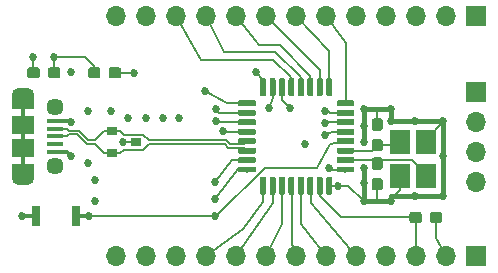
<source format=gbr>
G04 #@! TF.GenerationSoftware,KiCad,Pcbnew,(5.1.4)-1*
G04 #@! TF.CreationDate,2019-12-06T22:53:01-05:00*
G04 #@! TF.ProjectId,STM32G4DevBoard,53544d33-3247-4344-9465-76426f617264,rev?*
G04 #@! TF.SameCoordinates,Original*
G04 #@! TF.FileFunction,Copper,L1,Top*
G04 #@! TF.FilePolarity,Positive*
%FSLAX46Y46*%
G04 Gerber Fmt 4.6, Leading zero omitted, Abs format (unit mm)*
G04 Created by KiCad (PCBNEW (5.1.4)-1) date 2019-12-06 22:53:01*
%MOMM*%
%LPD*%
G04 APERTURE LIST*
%ADD10C,0.100000*%
%ADD11C,0.500000*%
%ADD12C,0.950000*%
%ADD13O,1.700000X1.700000*%
%ADD14R,1.700000X1.700000*%
%ADD15R,1.900000X1.200000*%
%ADD16O,1.900000X1.200000*%
%ADD17R,1.900000X1.500000*%
%ADD18C,1.450000*%
%ADD19R,1.350000X0.400000*%
%ADD20R,1.725000X2.100000*%
%ADD21R,0.900000X0.800000*%
%ADD22R,0.800000X1.700000*%
%ADD23C,0.685800*%
%ADD24C,0.406400*%
%ADD25C,0.152400*%
%ADD26C,0.203200*%
%ADD27C,0.304800*%
G04 APERTURE END LIST*
D10*
G36*
X137146252Y-93863602D02*
G01*
X137158386Y-93865402D01*
X137170286Y-93868382D01*
X137181835Y-93872515D01*
X137192925Y-93877760D01*
X137203446Y-93884066D01*
X137213299Y-93891374D01*
X137222388Y-93899612D01*
X137230626Y-93908701D01*
X137237934Y-93918554D01*
X137244240Y-93929075D01*
X137249485Y-93940165D01*
X137253618Y-93951714D01*
X137256598Y-93963614D01*
X137258398Y-93975748D01*
X137259000Y-93988000D01*
X137259000Y-94238000D01*
X137258398Y-94250252D01*
X137256598Y-94262386D01*
X137253618Y-94274286D01*
X137249485Y-94285835D01*
X137244240Y-94296925D01*
X137237934Y-94307446D01*
X137230626Y-94317299D01*
X137222388Y-94326388D01*
X137213299Y-94334626D01*
X137203446Y-94341934D01*
X137192925Y-94348240D01*
X137181835Y-94353485D01*
X137170286Y-94357618D01*
X137158386Y-94360598D01*
X137146252Y-94362398D01*
X137134000Y-94363000D01*
X135884000Y-94363000D01*
X135871748Y-94362398D01*
X135859614Y-94360598D01*
X135847714Y-94357618D01*
X135836165Y-94353485D01*
X135825075Y-94348240D01*
X135814554Y-94341934D01*
X135804701Y-94334626D01*
X135795612Y-94326388D01*
X135787374Y-94317299D01*
X135780066Y-94307446D01*
X135773760Y-94296925D01*
X135768515Y-94285835D01*
X135764382Y-94274286D01*
X135761402Y-94262386D01*
X135759602Y-94250252D01*
X135759000Y-94238000D01*
X135759000Y-93988000D01*
X135759602Y-93975748D01*
X135761402Y-93963614D01*
X135764382Y-93951714D01*
X135768515Y-93940165D01*
X135773760Y-93929075D01*
X135780066Y-93918554D01*
X135787374Y-93908701D01*
X135795612Y-93899612D01*
X135804701Y-93891374D01*
X135814554Y-93884066D01*
X135825075Y-93877760D01*
X135836165Y-93872515D01*
X135847714Y-93868382D01*
X135859614Y-93865402D01*
X135871748Y-93863602D01*
X135884000Y-93863000D01*
X137134000Y-93863000D01*
X137146252Y-93863602D01*
X137146252Y-93863602D01*
G37*
D11*
X136509000Y-94113000D03*
D10*
G36*
X137146252Y-93063602D02*
G01*
X137158386Y-93065402D01*
X137170286Y-93068382D01*
X137181835Y-93072515D01*
X137192925Y-93077760D01*
X137203446Y-93084066D01*
X137213299Y-93091374D01*
X137222388Y-93099612D01*
X137230626Y-93108701D01*
X137237934Y-93118554D01*
X137244240Y-93129075D01*
X137249485Y-93140165D01*
X137253618Y-93151714D01*
X137256598Y-93163614D01*
X137258398Y-93175748D01*
X137259000Y-93188000D01*
X137259000Y-93438000D01*
X137258398Y-93450252D01*
X137256598Y-93462386D01*
X137253618Y-93474286D01*
X137249485Y-93485835D01*
X137244240Y-93496925D01*
X137237934Y-93507446D01*
X137230626Y-93517299D01*
X137222388Y-93526388D01*
X137213299Y-93534626D01*
X137203446Y-93541934D01*
X137192925Y-93548240D01*
X137181835Y-93553485D01*
X137170286Y-93557618D01*
X137158386Y-93560598D01*
X137146252Y-93562398D01*
X137134000Y-93563000D01*
X135884000Y-93563000D01*
X135871748Y-93562398D01*
X135859614Y-93560598D01*
X135847714Y-93557618D01*
X135836165Y-93553485D01*
X135825075Y-93548240D01*
X135814554Y-93541934D01*
X135804701Y-93534626D01*
X135795612Y-93526388D01*
X135787374Y-93517299D01*
X135780066Y-93507446D01*
X135773760Y-93496925D01*
X135768515Y-93485835D01*
X135764382Y-93474286D01*
X135761402Y-93462386D01*
X135759602Y-93450252D01*
X135759000Y-93438000D01*
X135759000Y-93188000D01*
X135759602Y-93175748D01*
X135761402Y-93163614D01*
X135764382Y-93151714D01*
X135768515Y-93140165D01*
X135773760Y-93129075D01*
X135780066Y-93118554D01*
X135787374Y-93108701D01*
X135795612Y-93099612D01*
X135804701Y-93091374D01*
X135814554Y-93084066D01*
X135825075Y-93077760D01*
X135836165Y-93072515D01*
X135847714Y-93068382D01*
X135859614Y-93065402D01*
X135871748Y-93063602D01*
X135884000Y-93063000D01*
X137134000Y-93063000D01*
X137146252Y-93063602D01*
X137146252Y-93063602D01*
G37*
D11*
X136509000Y-93313000D03*
D10*
G36*
X137146252Y-92263602D02*
G01*
X137158386Y-92265402D01*
X137170286Y-92268382D01*
X137181835Y-92272515D01*
X137192925Y-92277760D01*
X137203446Y-92284066D01*
X137213299Y-92291374D01*
X137222388Y-92299612D01*
X137230626Y-92308701D01*
X137237934Y-92318554D01*
X137244240Y-92329075D01*
X137249485Y-92340165D01*
X137253618Y-92351714D01*
X137256598Y-92363614D01*
X137258398Y-92375748D01*
X137259000Y-92388000D01*
X137259000Y-92638000D01*
X137258398Y-92650252D01*
X137256598Y-92662386D01*
X137253618Y-92674286D01*
X137249485Y-92685835D01*
X137244240Y-92696925D01*
X137237934Y-92707446D01*
X137230626Y-92717299D01*
X137222388Y-92726388D01*
X137213299Y-92734626D01*
X137203446Y-92741934D01*
X137192925Y-92748240D01*
X137181835Y-92753485D01*
X137170286Y-92757618D01*
X137158386Y-92760598D01*
X137146252Y-92762398D01*
X137134000Y-92763000D01*
X135884000Y-92763000D01*
X135871748Y-92762398D01*
X135859614Y-92760598D01*
X135847714Y-92757618D01*
X135836165Y-92753485D01*
X135825075Y-92748240D01*
X135814554Y-92741934D01*
X135804701Y-92734626D01*
X135795612Y-92726388D01*
X135787374Y-92717299D01*
X135780066Y-92707446D01*
X135773760Y-92696925D01*
X135768515Y-92685835D01*
X135764382Y-92674286D01*
X135761402Y-92662386D01*
X135759602Y-92650252D01*
X135759000Y-92638000D01*
X135759000Y-92388000D01*
X135759602Y-92375748D01*
X135761402Y-92363614D01*
X135764382Y-92351714D01*
X135768515Y-92340165D01*
X135773760Y-92329075D01*
X135780066Y-92318554D01*
X135787374Y-92308701D01*
X135795612Y-92299612D01*
X135804701Y-92291374D01*
X135814554Y-92284066D01*
X135825075Y-92277760D01*
X135836165Y-92272515D01*
X135847714Y-92268382D01*
X135859614Y-92265402D01*
X135871748Y-92263602D01*
X135884000Y-92263000D01*
X137134000Y-92263000D01*
X137146252Y-92263602D01*
X137146252Y-92263602D01*
G37*
D11*
X136509000Y-92513000D03*
D10*
G36*
X137146252Y-91463602D02*
G01*
X137158386Y-91465402D01*
X137170286Y-91468382D01*
X137181835Y-91472515D01*
X137192925Y-91477760D01*
X137203446Y-91484066D01*
X137213299Y-91491374D01*
X137222388Y-91499612D01*
X137230626Y-91508701D01*
X137237934Y-91518554D01*
X137244240Y-91529075D01*
X137249485Y-91540165D01*
X137253618Y-91551714D01*
X137256598Y-91563614D01*
X137258398Y-91575748D01*
X137259000Y-91588000D01*
X137259000Y-91838000D01*
X137258398Y-91850252D01*
X137256598Y-91862386D01*
X137253618Y-91874286D01*
X137249485Y-91885835D01*
X137244240Y-91896925D01*
X137237934Y-91907446D01*
X137230626Y-91917299D01*
X137222388Y-91926388D01*
X137213299Y-91934626D01*
X137203446Y-91941934D01*
X137192925Y-91948240D01*
X137181835Y-91953485D01*
X137170286Y-91957618D01*
X137158386Y-91960598D01*
X137146252Y-91962398D01*
X137134000Y-91963000D01*
X135884000Y-91963000D01*
X135871748Y-91962398D01*
X135859614Y-91960598D01*
X135847714Y-91957618D01*
X135836165Y-91953485D01*
X135825075Y-91948240D01*
X135814554Y-91941934D01*
X135804701Y-91934626D01*
X135795612Y-91926388D01*
X135787374Y-91917299D01*
X135780066Y-91907446D01*
X135773760Y-91896925D01*
X135768515Y-91885835D01*
X135764382Y-91874286D01*
X135761402Y-91862386D01*
X135759602Y-91850252D01*
X135759000Y-91838000D01*
X135759000Y-91588000D01*
X135759602Y-91575748D01*
X135761402Y-91563614D01*
X135764382Y-91551714D01*
X135768515Y-91540165D01*
X135773760Y-91529075D01*
X135780066Y-91518554D01*
X135787374Y-91508701D01*
X135795612Y-91499612D01*
X135804701Y-91491374D01*
X135814554Y-91484066D01*
X135825075Y-91477760D01*
X135836165Y-91472515D01*
X135847714Y-91468382D01*
X135859614Y-91465402D01*
X135871748Y-91463602D01*
X135884000Y-91463000D01*
X137134000Y-91463000D01*
X137146252Y-91463602D01*
X137146252Y-91463602D01*
G37*
D11*
X136509000Y-91713000D03*
D10*
G36*
X137146252Y-90663602D02*
G01*
X137158386Y-90665402D01*
X137170286Y-90668382D01*
X137181835Y-90672515D01*
X137192925Y-90677760D01*
X137203446Y-90684066D01*
X137213299Y-90691374D01*
X137222388Y-90699612D01*
X137230626Y-90708701D01*
X137237934Y-90718554D01*
X137244240Y-90729075D01*
X137249485Y-90740165D01*
X137253618Y-90751714D01*
X137256598Y-90763614D01*
X137258398Y-90775748D01*
X137259000Y-90788000D01*
X137259000Y-91038000D01*
X137258398Y-91050252D01*
X137256598Y-91062386D01*
X137253618Y-91074286D01*
X137249485Y-91085835D01*
X137244240Y-91096925D01*
X137237934Y-91107446D01*
X137230626Y-91117299D01*
X137222388Y-91126388D01*
X137213299Y-91134626D01*
X137203446Y-91141934D01*
X137192925Y-91148240D01*
X137181835Y-91153485D01*
X137170286Y-91157618D01*
X137158386Y-91160598D01*
X137146252Y-91162398D01*
X137134000Y-91163000D01*
X135884000Y-91163000D01*
X135871748Y-91162398D01*
X135859614Y-91160598D01*
X135847714Y-91157618D01*
X135836165Y-91153485D01*
X135825075Y-91148240D01*
X135814554Y-91141934D01*
X135804701Y-91134626D01*
X135795612Y-91126388D01*
X135787374Y-91117299D01*
X135780066Y-91107446D01*
X135773760Y-91096925D01*
X135768515Y-91085835D01*
X135764382Y-91074286D01*
X135761402Y-91062386D01*
X135759602Y-91050252D01*
X135759000Y-91038000D01*
X135759000Y-90788000D01*
X135759602Y-90775748D01*
X135761402Y-90763614D01*
X135764382Y-90751714D01*
X135768515Y-90740165D01*
X135773760Y-90729075D01*
X135780066Y-90718554D01*
X135787374Y-90708701D01*
X135795612Y-90699612D01*
X135804701Y-90691374D01*
X135814554Y-90684066D01*
X135825075Y-90677760D01*
X135836165Y-90672515D01*
X135847714Y-90668382D01*
X135859614Y-90665402D01*
X135871748Y-90663602D01*
X135884000Y-90663000D01*
X137134000Y-90663000D01*
X137146252Y-90663602D01*
X137146252Y-90663602D01*
G37*
D11*
X136509000Y-90913000D03*
D10*
G36*
X137146252Y-89863602D02*
G01*
X137158386Y-89865402D01*
X137170286Y-89868382D01*
X137181835Y-89872515D01*
X137192925Y-89877760D01*
X137203446Y-89884066D01*
X137213299Y-89891374D01*
X137222388Y-89899612D01*
X137230626Y-89908701D01*
X137237934Y-89918554D01*
X137244240Y-89929075D01*
X137249485Y-89940165D01*
X137253618Y-89951714D01*
X137256598Y-89963614D01*
X137258398Y-89975748D01*
X137259000Y-89988000D01*
X137259000Y-90238000D01*
X137258398Y-90250252D01*
X137256598Y-90262386D01*
X137253618Y-90274286D01*
X137249485Y-90285835D01*
X137244240Y-90296925D01*
X137237934Y-90307446D01*
X137230626Y-90317299D01*
X137222388Y-90326388D01*
X137213299Y-90334626D01*
X137203446Y-90341934D01*
X137192925Y-90348240D01*
X137181835Y-90353485D01*
X137170286Y-90357618D01*
X137158386Y-90360598D01*
X137146252Y-90362398D01*
X137134000Y-90363000D01*
X135884000Y-90363000D01*
X135871748Y-90362398D01*
X135859614Y-90360598D01*
X135847714Y-90357618D01*
X135836165Y-90353485D01*
X135825075Y-90348240D01*
X135814554Y-90341934D01*
X135804701Y-90334626D01*
X135795612Y-90326388D01*
X135787374Y-90317299D01*
X135780066Y-90307446D01*
X135773760Y-90296925D01*
X135768515Y-90285835D01*
X135764382Y-90274286D01*
X135761402Y-90262386D01*
X135759602Y-90250252D01*
X135759000Y-90238000D01*
X135759000Y-89988000D01*
X135759602Y-89975748D01*
X135761402Y-89963614D01*
X135764382Y-89951714D01*
X135768515Y-89940165D01*
X135773760Y-89929075D01*
X135780066Y-89918554D01*
X135787374Y-89908701D01*
X135795612Y-89899612D01*
X135804701Y-89891374D01*
X135814554Y-89884066D01*
X135825075Y-89877760D01*
X135836165Y-89872515D01*
X135847714Y-89868382D01*
X135859614Y-89865402D01*
X135871748Y-89863602D01*
X135884000Y-89863000D01*
X137134000Y-89863000D01*
X137146252Y-89863602D01*
X137146252Y-89863602D01*
G37*
D11*
X136509000Y-90113000D03*
D10*
G36*
X137146252Y-89063602D02*
G01*
X137158386Y-89065402D01*
X137170286Y-89068382D01*
X137181835Y-89072515D01*
X137192925Y-89077760D01*
X137203446Y-89084066D01*
X137213299Y-89091374D01*
X137222388Y-89099612D01*
X137230626Y-89108701D01*
X137237934Y-89118554D01*
X137244240Y-89129075D01*
X137249485Y-89140165D01*
X137253618Y-89151714D01*
X137256598Y-89163614D01*
X137258398Y-89175748D01*
X137259000Y-89188000D01*
X137259000Y-89438000D01*
X137258398Y-89450252D01*
X137256598Y-89462386D01*
X137253618Y-89474286D01*
X137249485Y-89485835D01*
X137244240Y-89496925D01*
X137237934Y-89507446D01*
X137230626Y-89517299D01*
X137222388Y-89526388D01*
X137213299Y-89534626D01*
X137203446Y-89541934D01*
X137192925Y-89548240D01*
X137181835Y-89553485D01*
X137170286Y-89557618D01*
X137158386Y-89560598D01*
X137146252Y-89562398D01*
X137134000Y-89563000D01*
X135884000Y-89563000D01*
X135871748Y-89562398D01*
X135859614Y-89560598D01*
X135847714Y-89557618D01*
X135836165Y-89553485D01*
X135825075Y-89548240D01*
X135814554Y-89541934D01*
X135804701Y-89534626D01*
X135795612Y-89526388D01*
X135787374Y-89517299D01*
X135780066Y-89507446D01*
X135773760Y-89496925D01*
X135768515Y-89485835D01*
X135764382Y-89474286D01*
X135761402Y-89462386D01*
X135759602Y-89450252D01*
X135759000Y-89438000D01*
X135759000Y-89188000D01*
X135759602Y-89175748D01*
X135761402Y-89163614D01*
X135764382Y-89151714D01*
X135768515Y-89140165D01*
X135773760Y-89129075D01*
X135780066Y-89118554D01*
X135787374Y-89108701D01*
X135795612Y-89099612D01*
X135804701Y-89091374D01*
X135814554Y-89084066D01*
X135825075Y-89077760D01*
X135836165Y-89072515D01*
X135847714Y-89068382D01*
X135859614Y-89065402D01*
X135871748Y-89063602D01*
X135884000Y-89063000D01*
X137134000Y-89063000D01*
X137146252Y-89063602D01*
X137146252Y-89063602D01*
G37*
D11*
X136509000Y-89313000D03*
D10*
G36*
X137146252Y-88263602D02*
G01*
X137158386Y-88265402D01*
X137170286Y-88268382D01*
X137181835Y-88272515D01*
X137192925Y-88277760D01*
X137203446Y-88284066D01*
X137213299Y-88291374D01*
X137222388Y-88299612D01*
X137230626Y-88308701D01*
X137237934Y-88318554D01*
X137244240Y-88329075D01*
X137249485Y-88340165D01*
X137253618Y-88351714D01*
X137256598Y-88363614D01*
X137258398Y-88375748D01*
X137259000Y-88388000D01*
X137259000Y-88638000D01*
X137258398Y-88650252D01*
X137256598Y-88662386D01*
X137253618Y-88674286D01*
X137249485Y-88685835D01*
X137244240Y-88696925D01*
X137237934Y-88707446D01*
X137230626Y-88717299D01*
X137222388Y-88726388D01*
X137213299Y-88734626D01*
X137203446Y-88741934D01*
X137192925Y-88748240D01*
X137181835Y-88753485D01*
X137170286Y-88757618D01*
X137158386Y-88760598D01*
X137146252Y-88762398D01*
X137134000Y-88763000D01*
X135884000Y-88763000D01*
X135871748Y-88762398D01*
X135859614Y-88760598D01*
X135847714Y-88757618D01*
X135836165Y-88753485D01*
X135825075Y-88748240D01*
X135814554Y-88741934D01*
X135804701Y-88734626D01*
X135795612Y-88726388D01*
X135787374Y-88717299D01*
X135780066Y-88707446D01*
X135773760Y-88696925D01*
X135768515Y-88685835D01*
X135764382Y-88674286D01*
X135761402Y-88662386D01*
X135759602Y-88650252D01*
X135759000Y-88638000D01*
X135759000Y-88388000D01*
X135759602Y-88375748D01*
X135761402Y-88363614D01*
X135764382Y-88351714D01*
X135768515Y-88340165D01*
X135773760Y-88329075D01*
X135780066Y-88318554D01*
X135787374Y-88308701D01*
X135795612Y-88299612D01*
X135804701Y-88291374D01*
X135814554Y-88284066D01*
X135825075Y-88277760D01*
X135836165Y-88272515D01*
X135847714Y-88268382D01*
X135859614Y-88265402D01*
X135871748Y-88263602D01*
X135884000Y-88263000D01*
X137134000Y-88263000D01*
X137146252Y-88263602D01*
X137146252Y-88263602D01*
G37*
D11*
X136509000Y-88513000D03*
D10*
G36*
X135271252Y-86388602D02*
G01*
X135283386Y-86390402D01*
X135295286Y-86393382D01*
X135306835Y-86397515D01*
X135317925Y-86402760D01*
X135328446Y-86409066D01*
X135338299Y-86416374D01*
X135347388Y-86424612D01*
X135355626Y-86433701D01*
X135362934Y-86443554D01*
X135369240Y-86454075D01*
X135374485Y-86465165D01*
X135378618Y-86476714D01*
X135381598Y-86488614D01*
X135383398Y-86500748D01*
X135384000Y-86513000D01*
X135384000Y-87763000D01*
X135383398Y-87775252D01*
X135381598Y-87787386D01*
X135378618Y-87799286D01*
X135374485Y-87810835D01*
X135369240Y-87821925D01*
X135362934Y-87832446D01*
X135355626Y-87842299D01*
X135347388Y-87851388D01*
X135338299Y-87859626D01*
X135328446Y-87866934D01*
X135317925Y-87873240D01*
X135306835Y-87878485D01*
X135295286Y-87882618D01*
X135283386Y-87885598D01*
X135271252Y-87887398D01*
X135259000Y-87888000D01*
X135009000Y-87888000D01*
X134996748Y-87887398D01*
X134984614Y-87885598D01*
X134972714Y-87882618D01*
X134961165Y-87878485D01*
X134950075Y-87873240D01*
X134939554Y-87866934D01*
X134929701Y-87859626D01*
X134920612Y-87851388D01*
X134912374Y-87842299D01*
X134905066Y-87832446D01*
X134898760Y-87821925D01*
X134893515Y-87810835D01*
X134889382Y-87799286D01*
X134886402Y-87787386D01*
X134884602Y-87775252D01*
X134884000Y-87763000D01*
X134884000Y-86513000D01*
X134884602Y-86500748D01*
X134886402Y-86488614D01*
X134889382Y-86476714D01*
X134893515Y-86465165D01*
X134898760Y-86454075D01*
X134905066Y-86443554D01*
X134912374Y-86433701D01*
X134920612Y-86424612D01*
X134929701Y-86416374D01*
X134939554Y-86409066D01*
X134950075Y-86402760D01*
X134961165Y-86397515D01*
X134972714Y-86393382D01*
X134984614Y-86390402D01*
X134996748Y-86388602D01*
X135009000Y-86388000D01*
X135259000Y-86388000D01*
X135271252Y-86388602D01*
X135271252Y-86388602D01*
G37*
D11*
X135134000Y-87138000D03*
D10*
G36*
X134471252Y-86388602D02*
G01*
X134483386Y-86390402D01*
X134495286Y-86393382D01*
X134506835Y-86397515D01*
X134517925Y-86402760D01*
X134528446Y-86409066D01*
X134538299Y-86416374D01*
X134547388Y-86424612D01*
X134555626Y-86433701D01*
X134562934Y-86443554D01*
X134569240Y-86454075D01*
X134574485Y-86465165D01*
X134578618Y-86476714D01*
X134581598Y-86488614D01*
X134583398Y-86500748D01*
X134584000Y-86513000D01*
X134584000Y-87763000D01*
X134583398Y-87775252D01*
X134581598Y-87787386D01*
X134578618Y-87799286D01*
X134574485Y-87810835D01*
X134569240Y-87821925D01*
X134562934Y-87832446D01*
X134555626Y-87842299D01*
X134547388Y-87851388D01*
X134538299Y-87859626D01*
X134528446Y-87866934D01*
X134517925Y-87873240D01*
X134506835Y-87878485D01*
X134495286Y-87882618D01*
X134483386Y-87885598D01*
X134471252Y-87887398D01*
X134459000Y-87888000D01*
X134209000Y-87888000D01*
X134196748Y-87887398D01*
X134184614Y-87885598D01*
X134172714Y-87882618D01*
X134161165Y-87878485D01*
X134150075Y-87873240D01*
X134139554Y-87866934D01*
X134129701Y-87859626D01*
X134120612Y-87851388D01*
X134112374Y-87842299D01*
X134105066Y-87832446D01*
X134098760Y-87821925D01*
X134093515Y-87810835D01*
X134089382Y-87799286D01*
X134086402Y-87787386D01*
X134084602Y-87775252D01*
X134084000Y-87763000D01*
X134084000Y-86513000D01*
X134084602Y-86500748D01*
X134086402Y-86488614D01*
X134089382Y-86476714D01*
X134093515Y-86465165D01*
X134098760Y-86454075D01*
X134105066Y-86443554D01*
X134112374Y-86433701D01*
X134120612Y-86424612D01*
X134129701Y-86416374D01*
X134139554Y-86409066D01*
X134150075Y-86402760D01*
X134161165Y-86397515D01*
X134172714Y-86393382D01*
X134184614Y-86390402D01*
X134196748Y-86388602D01*
X134209000Y-86388000D01*
X134459000Y-86388000D01*
X134471252Y-86388602D01*
X134471252Y-86388602D01*
G37*
D11*
X134334000Y-87138000D03*
D10*
G36*
X133671252Y-86388602D02*
G01*
X133683386Y-86390402D01*
X133695286Y-86393382D01*
X133706835Y-86397515D01*
X133717925Y-86402760D01*
X133728446Y-86409066D01*
X133738299Y-86416374D01*
X133747388Y-86424612D01*
X133755626Y-86433701D01*
X133762934Y-86443554D01*
X133769240Y-86454075D01*
X133774485Y-86465165D01*
X133778618Y-86476714D01*
X133781598Y-86488614D01*
X133783398Y-86500748D01*
X133784000Y-86513000D01*
X133784000Y-87763000D01*
X133783398Y-87775252D01*
X133781598Y-87787386D01*
X133778618Y-87799286D01*
X133774485Y-87810835D01*
X133769240Y-87821925D01*
X133762934Y-87832446D01*
X133755626Y-87842299D01*
X133747388Y-87851388D01*
X133738299Y-87859626D01*
X133728446Y-87866934D01*
X133717925Y-87873240D01*
X133706835Y-87878485D01*
X133695286Y-87882618D01*
X133683386Y-87885598D01*
X133671252Y-87887398D01*
X133659000Y-87888000D01*
X133409000Y-87888000D01*
X133396748Y-87887398D01*
X133384614Y-87885598D01*
X133372714Y-87882618D01*
X133361165Y-87878485D01*
X133350075Y-87873240D01*
X133339554Y-87866934D01*
X133329701Y-87859626D01*
X133320612Y-87851388D01*
X133312374Y-87842299D01*
X133305066Y-87832446D01*
X133298760Y-87821925D01*
X133293515Y-87810835D01*
X133289382Y-87799286D01*
X133286402Y-87787386D01*
X133284602Y-87775252D01*
X133284000Y-87763000D01*
X133284000Y-86513000D01*
X133284602Y-86500748D01*
X133286402Y-86488614D01*
X133289382Y-86476714D01*
X133293515Y-86465165D01*
X133298760Y-86454075D01*
X133305066Y-86443554D01*
X133312374Y-86433701D01*
X133320612Y-86424612D01*
X133329701Y-86416374D01*
X133339554Y-86409066D01*
X133350075Y-86402760D01*
X133361165Y-86397515D01*
X133372714Y-86393382D01*
X133384614Y-86390402D01*
X133396748Y-86388602D01*
X133409000Y-86388000D01*
X133659000Y-86388000D01*
X133671252Y-86388602D01*
X133671252Y-86388602D01*
G37*
D11*
X133534000Y-87138000D03*
D10*
G36*
X132871252Y-86388602D02*
G01*
X132883386Y-86390402D01*
X132895286Y-86393382D01*
X132906835Y-86397515D01*
X132917925Y-86402760D01*
X132928446Y-86409066D01*
X132938299Y-86416374D01*
X132947388Y-86424612D01*
X132955626Y-86433701D01*
X132962934Y-86443554D01*
X132969240Y-86454075D01*
X132974485Y-86465165D01*
X132978618Y-86476714D01*
X132981598Y-86488614D01*
X132983398Y-86500748D01*
X132984000Y-86513000D01*
X132984000Y-87763000D01*
X132983398Y-87775252D01*
X132981598Y-87787386D01*
X132978618Y-87799286D01*
X132974485Y-87810835D01*
X132969240Y-87821925D01*
X132962934Y-87832446D01*
X132955626Y-87842299D01*
X132947388Y-87851388D01*
X132938299Y-87859626D01*
X132928446Y-87866934D01*
X132917925Y-87873240D01*
X132906835Y-87878485D01*
X132895286Y-87882618D01*
X132883386Y-87885598D01*
X132871252Y-87887398D01*
X132859000Y-87888000D01*
X132609000Y-87888000D01*
X132596748Y-87887398D01*
X132584614Y-87885598D01*
X132572714Y-87882618D01*
X132561165Y-87878485D01*
X132550075Y-87873240D01*
X132539554Y-87866934D01*
X132529701Y-87859626D01*
X132520612Y-87851388D01*
X132512374Y-87842299D01*
X132505066Y-87832446D01*
X132498760Y-87821925D01*
X132493515Y-87810835D01*
X132489382Y-87799286D01*
X132486402Y-87787386D01*
X132484602Y-87775252D01*
X132484000Y-87763000D01*
X132484000Y-86513000D01*
X132484602Y-86500748D01*
X132486402Y-86488614D01*
X132489382Y-86476714D01*
X132493515Y-86465165D01*
X132498760Y-86454075D01*
X132505066Y-86443554D01*
X132512374Y-86433701D01*
X132520612Y-86424612D01*
X132529701Y-86416374D01*
X132539554Y-86409066D01*
X132550075Y-86402760D01*
X132561165Y-86397515D01*
X132572714Y-86393382D01*
X132584614Y-86390402D01*
X132596748Y-86388602D01*
X132609000Y-86388000D01*
X132859000Y-86388000D01*
X132871252Y-86388602D01*
X132871252Y-86388602D01*
G37*
D11*
X132734000Y-87138000D03*
D10*
G36*
X132071252Y-86388602D02*
G01*
X132083386Y-86390402D01*
X132095286Y-86393382D01*
X132106835Y-86397515D01*
X132117925Y-86402760D01*
X132128446Y-86409066D01*
X132138299Y-86416374D01*
X132147388Y-86424612D01*
X132155626Y-86433701D01*
X132162934Y-86443554D01*
X132169240Y-86454075D01*
X132174485Y-86465165D01*
X132178618Y-86476714D01*
X132181598Y-86488614D01*
X132183398Y-86500748D01*
X132184000Y-86513000D01*
X132184000Y-87763000D01*
X132183398Y-87775252D01*
X132181598Y-87787386D01*
X132178618Y-87799286D01*
X132174485Y-87810835D01*
X132169240Y-87821925D01*
X132162934Y-87832446D01*
X132155626Y-87842299D01*
X132147388Y-87851388D01*
X132138299Y-87859626D01*
X132128446Y-87866934D01*
X132117925Y-87873240D01*
X132106835Y-87878485D01*
X132095286Y-87882618D01*
X132083386Y-87885598D01*
X132071252Y-87887398D01*
X132059000Y-87888000D01*
X131809000Y-87888000D01*
X131796748Y-87887398D01*
X131784614Y-87885598D01*
X131772714Y-87882618D01*
X131761165Y-87878485D01*
X131750075Y-87873240D01*
X131739554Y-87866934D01*
X131729701Y-87859626D01*
X131720612Y-87851388D01*
X131712374Y-87842299D01*
X131705066Y-87832446D01*
X131698760Y-87821925D01*
X131693515Y-87810835D01*
X131689382Y-87799286D01*
X131686402Y-87787386D01*
X131684602Y-87775252D01*
X131684000Y-87763000D01*
X131684000Y-86513000D01*
X131684602Y-86500748D01*
X131686402Y-86488614D01*
X131689382Y-86476714D01*
X131693515Y-86465165D01*
X131698760Y-86454075D01*
X131705066Y-86443554D01*
X131712374Y-86433701D01*
X131720612Y-86424612D01*
X131729701Y-86416374D01*
X131739554Y-86409066D01*
X131750075Y-86402760D01*
X131761165Y-86397515D01*
X131772714Y-86393382D01*
X131784614Y-86390402D01*
X131796748Y-86388602D01*
X131809000Y-86388000D01*
X132059000Y-86388000D01*
X132071252Y-86388602D01*
X132071252Y-86388602D01*
G37*
D11*
X131934000Y-87138000D03*
D10*
G36*
X131271252Y-86388602D02*
G01*
X131283386Y-86390402D01*
X131295286Y-86393382D01*
X131306835Y-86397515D01*
X131317925Y-86402760D01*
X131328446Y-86409066D01*
X131338299Y-86416374D01*
X131347388Y-86424612D01*
X131355626Y-86433701D01*
X131362934Y-86443554D01*
X131369240Y-86454075D01*
X131374485Y-86465165D01*
X131378618Y-86476714D01*
X131381598Y-86488614D01*
X131383398Y-86500748D01*
X131384000Y-86513000D01*
X131384000Y-87763000D01*
X131383398Y-87775252D01*
X131381598Y-87787386D01*
X131378618Y-87799286D01*
X131374485Y-87810835D01*
X131369240Y-87821925D01*
X131362934Y-87832446D01*
X131355626Y-87842299D01*
X131347388Y-87851388D01*
X131338299Y-87859626D01*
X131328446Y-87866934D01*
X131317925Y-87873240D01*
X131306835Y-87878485D01*
X131295286Y-87882618D01*
X131283386Y-87885598D01*
X131271252Y-87887398D01*
X131259000Y-87888000D01*
X131009000Y-87888000D01*
X130996748Y-87887398D01*
X130984614Y-87885598D01*
X130972714Y-87882618D01*
X130961165Y-87878485D01*
X130950075Y-87873240D01*
X130939554Y-87866934D01*
X130929701Y-87859626D01*
X130920612Y-87851388D01*
X130912374Y-87842299D01*
X130905066Y-87832446D01*
X130898760Y-87821925D01*
X130893515Y-87810835D01*
X130889382Y-87799286D01*
X130886402Y-87787386D01*
X130884602Y-87775252D01*
X130884000Y-87763000D01*
X130884000Y-86513000D01*
X130884602Y-86500748D01*
X130886402Y-86488614D01*
X130889382Y-86476714D01*
X130893515Y-86465165D01*
X130898760Y-86454075D01*
X130905066Y-86443554D01*
X130912374Y-86433701D01*
X130920612Y-86424612D01*
X130929701Y-86416374D01*
X130939554Y-86409066D01*
X130950075Y-86402760D01*
X130961165Y-86397515D01*
X130972714Y-86393382D01*
X130984614Y-86390402D01*
X130996748Y-86388602D01*
X131009000Y-86388000D01*
X131259000Y-86388000D01*
X131271252Y-86388602D01*
X131271252Y-86388602D01*
G37*
D11*
X131134000Y-87138000D03*
D10*
G36*
X130471252Y-86388602D02*
G01*
X130483386Y-86390402D01*
X130495286Y-86393382D01*
X130506835Y-86397515D01*
X130517925Y-86402760D01*
X130528446Y-86409066D01*
X130538299Y-86416374D01*
X130547388Y-86424612D01*
X130555626Y-86433701D01*
X130562934Y-86443554D01*
X130569240Y-86454075D01*
X130574485Y-86465165D01*
X130578618Y-86476714D01*
X130581598Y-86488614D01*
X130583398Y-86500748D01*
X130584000Y-86513000D01*
X130584000Y-87763000D01*
X130583398Y-87775252D01*
X130581598Y-87787386D01*
X130578618Y-87799286D01*
X130574485Y-87810835D01*
X130569240Y-87821925D01*
X130562934Y-87832446D01*
X130555626Y-87842299D01*
X130547388Y-87851388D01*
X130538299Y-87859626D01*
X130528446Y-87866934D01*
X130517925Y-87873240D01*
X130506835Y-87878485D01*
X130495286Y-87882618D01*
X130483386Y-87885598D01*
X130471252Y-87887398D01*
X130459000Y-87888000D01*
X130209000Y-87888000D01*
X130196748Y-87887398D01*
X130184614Y-87885598D01*
X130172714Y-87882618D01*
X130161165Y-87878485D01*
X130150075Y-87873240D01*
X130139554Y-87866934D01*
X130129701Y-87859626D01*
X130120612Y-87851388D01*
X130112374Y-87842299D01*
X130105066Y-87832446D01*
X130098760Y-87821925D01*
X130093515Y-87810835D01*
X130089382Y-87799286D01*
X130086402Y-87787386D01*
X130084602Y-87775252D01*
X130084000Y-87763000D01*
X130084000Y-86513000D01*
X130084602Y-86500748D01*
X130086402Y-86488614D01*
X130089382Y-86476714D01*
X130093515Y-86465165D01*
X130098760Y-86454075D01*
X130105066Y-86443554D01*
X130112374Y-86433701D01*
X130120612Y-86424612D01*
X130129701Y-86416374D01*
X130139554Y-86409066D01*
X130150075Y-86402760D01*
X130161165Y-86397515D01*
X130172714Y-86393382D01*
X130184614Y-86390402D01*
X130196748Y-86388602D01*
X130209000Y-86388000D01*
X130459000Y-86388000D01*
X130471252Y-86388602D01*
X130471252Y-86388602D01*
G37*
D11*
X130334000Y-87138000D03*
D10*
G36*
X129671252Y-86388602D02*
G01*
X129683386Y-86390402D01*
X129695286Y-86393382D01*
X129706835Y-86397515D01*
X129717925Y-86402760D01*
X129728446Y-86409066D01*
X129738299Y-86416374D01*
X129747388Y-86424612D01*
X129755626Y-86433701D01*
X129762934Y-86443554D01*
X129769240Y-86454075D01*
X129774485Y-86465165D01*
X129778618Y-86476714D01*
X129781598Y-86488614D01*
X129783398Y-86500748D01*
X129784000Y-86513000D01*
X129784000Y-87763000D01*
X129783398Y-87775252D01*
X129781598Y-87787386D01*
X129778618Y-87799286D01*
X129774485Y-87810835D01*
X129769240Y-87821925D01*
X129762934Y-87832446D01*
X129755626Y-87842299D01*
X129747388Y-87851388D01*
X129738299Y-87859626D01*
X129728446Y-87866934D01*
X129717925Y-87873240D01*
X129706835Y-87878485D01*
X129695286Y-87882618D01*
X129683386Y-87885598D01*
X129671252Y-87887398D01*
X129659000Y-87888000D01*
X129409000Y-87888000D01*
X129396748Y-87887398D01*
X129384614Y-87885598D01*
X129372714Y-87882618D01*
X129361165Y-87878485D01*
X129350075Y-87873240D01*
X129339554Y-87866934D01*
X129329701Y-87859626D01*
X129320612Y-87851388D01*
X129312374Y-87842299D01*
X129305066Y-87832446D01*
X129298760Y-87821925D01*
X129293515Y-87810835D01*
X129289382Y-87799286D01*
X129286402Y-87787386D01*
X129284602Y-87775252D01*
X129284000Y-87763000D01*
X129284000Y-86513000D01*
X129284602Y-86500748D01*
X129286402Y-86488614D01*
X129289382Y-86476714D01*
X129293515Y-86465165D01*
X129298760Y-86454075D01*
X129305066Y-86443554D01*
X129312374Y-86433701D01*
X129320612Y-86424612D01*
X129329701Y-86416374D01*
X129339554Y-86409066D01*
X129350075Y-86402760D01*
X129361165Y-86397515D01*
X129372714Y-86393382D01*
X129384614Y-86390402D01*
X129396748Y-86388602D01*
X129409000Y-86388000D01*
X129659000Y-86388000D01*
X129671252Y-86388602D01*
X129671252Y-86388602D01*
G37*
D11*
X129534000Y-87138000D03*
D10*
G36*
X128796252Y-88263602D02*
G01*
X128808386Y-88265402D01*
X128820286Y-88268382D01*
X128831835Y-88272515D01*
X128842925Y-88277760D01*
X128853446Y-88284066D01*
X128863299Y-88291374D01*
X128872388Y-88299612D01*
X128880626Y-88308701D01*
X128887934Y-88318554D01*
X128894240Y-88329075D01*
X128899485Y-88340165D01*
X128903618Y-88351714D01*
X128906598Y-88363614D01*
X128908398Y-88375748D01*
X128909000Y-88388000D01*
X128909000Y-88638000D01*
X128908398Y-88650252D01*
X128906598Y-88662386D01*
X128903618Y-88674286D01*
X128899485Y-88685835D01*
X128894240Y-88696925D01*
X128887934Y-88707446D01*
X128880626Y-88717299D01*
X128872388Y-88726388D01*
X128863299Y-88734626D01*
X128853446Y-88741934D01*
X128842925Y-88748240D01*
X128831835Y-88753485D01*
X128820286Y-88757618D01*
X128808386Y-88760598D01*
X128796252Y-88762398D01*
X128784000Y-88763000D01*
X127534000Y-88763000D01*
X127521748Y-88762398D01*
X127509614Y-88760598D01*
X127497714Y-88757618D01*
X127486165Y-88753485D01*
X127475075Y-88748240D01*
X127464554Y-88741934D01*
X127454701Y-88734626D01*
X127445612Y-88726388D01*
X127437374Y-88717299D01*
X127430066Y-88707446D01*
X127423760Y-88696925D01*
X127418515Y-88685835D01*
X127414382Y-88674286D01*
X127411402Y-88662386D01*
X127409602Y-88650252D01*
X127409000Y-88638000D01*
X127409000Y-88388000D01*
X127409602Y-88375748D01*
X127411402Y-88363614D01*
X127414382Y-88351714D01*
X127418515Y-88340165D01*
X127423760Y-88329075D01*
X127430066Y-88318554D01*
X127437374Y-88308701D01*
X127445612Y-88299612D01*
X127454701Y-88291374D01*
X127464554Y-88284066D01*
X127475075Y-88277760D01*
X127486165Y-88272515D01*
X127497714Y-88268382D01*
X127509614Y-88265402D01*
X127521748Y-88263602D01*
X127534000Y-88263000D01*
X128784000Y-88263000D01*
X128796252Y-88263602D01*
X128796252Y-88263602D01*
G37*
D11*
X128159000Y-88513000D03*
D10*
G36*
X128796252Y-89063602D02*
G01*
X128808386Y-89065402D01*
X128820286Y-89068382D01*
X128831835Y-89072515D01*
X128842925Y-89077760D01*
X128853446Y-89084066D01*
X128863299Y-89091374D01*
X128872388Y-89099612D01*
X128880626Y-89108701D01*
X128887934Y-89118554D01*
X128894240Y-89129075D01*
X128899485Y-89140165D01*
X128903618Y-89151714D01*
X128906598Y-89163614D01*
X128908398Y-89175748D01*
X128909000Y-89188000D01*
X128909000Y-89438000D01*
X128908398Y-89450252D01*
X128906598Y-89462386D01*
X128903618Y-89474286D01*
X128899485Y-89485835D01*
X128894240Y-89496925D01*
X128887934Y-89507446D01*
X128880626Y-89517299D01*
X128872388Y-89526388D01*
X128863299Y-89534626D01*
X128853446Y-89541934D01*
X128842925Y-89548240D01*
X128831835Y-89553485D01*
X128820286Y-89557618D01*
X128808386Y-89560598D01*
X128796252Y-89562398D01*
X128784000Y-89563000D01*
X127534000Y-89563000D01*
X127521748Y-89562398D01*
X127509614Y-89560598D01*
X127497714Y-89557618D01*
X127486165Y-89553485D01*
X127475075Y-89548240D01*
X127464554Y-89541934D01*
X127454701Y-89534626D01*
X127445612Y-89526388D01*
X127437374Y-89517299D01*
X127430066Y-89507446D01*
X127423760Y-89496925D01*
X127418515Y-89485835D01*
X127414382Y-89474286D01*
X127411402Y-89462386D01*
X127409602Y-89450252D01*
X127409000Y-89438000D01*
X127409000Y-89188000D01*
X127409602Y-89175748D01*
X127411402Y-89163614D01*
X127414382Y-89151714D01*
X127418515Y-89140165D01*
X127423760Y-89129075D01*
X127430066Y-89118554D01*
X127437374Y-89108701D01*
X127445612Y-89099612D01*
X127454701Y-89091374D01*
X127464554Y-89084066D01*
X127475075Y-89077760D01*
X127486165Y-89072515D01*
X127497714Y-89068382D01*
X127509614Y-89065402D01*
X127521748Y-89063602D01*
X127534000Y-89063000D01*
X128784000Y-89063000D01*
X128796252Y-89063602D01*
X128796252Y-89063602D01*
G37*
D11*
X128159000Y-89313000D03*
D10*
G36*
X128796252Y-89863602D02*
G01*
X128808386Y-89865402D01*
X128820286Y-89868382D01*
X128831835Y-89872515D01*
X128842925Y-89877760D01*
X128853446Y-89884066D01*
X128863299Y-89891374D01*
X128872388Y-89899612D01*
X128880626Y-89908701D01*
X128887934Y-89918554D01*
X128894240Y-89929075D01*
X128899485Y-89940165D01*
X128903618Y-89951714D01*
X128906598Y-89963614D01*
X128908398Y-89975748D01*
X128909000Y-89988000D01*
X128909000Y-90238000D01*
X128908398Y-90250252D01*
X128906598Y-90262386D01*
X128903618Y-90274286D01*
X128899485Y-90285835D01*
X128894240Y-90296925D01*
X128887934Y-90307446D01*
X128880626Y-90317299D01*
X128872388Y-90326388D01*
X128863299Y-90334626D01*
X128853446Y-90341934D01*
X128842925Y-90348240D01*
X128831835Y-90353485D01*
X128820286Y-90357618D01*
X128808386Y-90360598D01*
X128796252Y-90362398D01*
X128784000Y-90363000D01*
X127534000Y-90363000D01*
X127521748Y-90362398D01*
X127509614Y-90360598D01*
X127497714Y-90357618D01*
X127486165Y-90353485D01*
X127475075Y-90348240D01*
X127464554Y-90341934D01*
X127454701Y-90334626D01*
X127445612Y-90326388D01*
X127437374Y-90317299D01*
X127430066Y-90307446D01*
X127423760Y-90296925D01*
X127418515Y-90285835D01*
X127414382Y-90274286D01*
X127411402Y-90262386D01*
X127409602Y-90250252D01*
X127409000Y-90238000D01*
X127409000Y-89988000D01*
X127409602Y-89975748D01*
X127411402Y-89963614D01*
X127414382Y-89951714D01*
X127418515Y-89940165D01*
X127423760Y-89929075D01*
X127430066Y-89918554D01*
X127437374Y-89908701D01*
X127445612Y-89899612D01*
X127454701Y-89891374D01*
X127464554Y-89884066D01*
X127475075Y-89877760D01*
X127486165Y-89872515D01*
X127497714Y-89868382D01*
X127509614Y-89865402D01*
X127521748Y-89863602D01*
X127534000Y-89863000D01*
X128784000Y-89863000D01*
X128796252Y-89863602D01*
X128796252Y-89863602D01*
G37*
D11*
X128159000Y-90113000D03*
D10*
G36*
X128796252Y-90663602D02*
G01*
X128808386Y-90665402D01*
X128820286Y-90668382D01*
X128831835Y-90672515D01*
X128842925Y-90677760D01*
X128853446Y-90684066D01*
X128863299Y-90691374D01*
X128872388Y-90699612D01*
X128880626Y-90708701D01*
X128887934Y-90718554D01*
X128894240Y-90729075D01*
X128899485Y-90740165D01*
X128903618Y-90751714D01*
X128906598Y-90763614D01*
X128908398Y-90775748D01*
X128909000Y-90788000D01*
X128909000Y-91038000D01*
X128908398Y-91050252D01*
X128906598Y-91062386D01*
X128903618Y-91074286D01*
X128899485Y-91085835D01*
X128894240Y-91096925D01*
X128887934Y-91107446D01*
X128880626Y-91117299D01*
X128872388Y-91126388D01*
X128863299Y-91134626D01*
X128853446Y-91141934D01*
X128842925Y-91148240D01*
X128831835Y-91153485D01*
X128820286Y-91157618D01*
X128808386Y-91160598D01*
X128796252Y-91162398D01*
X128784000Y-91163000D01*
X127534000Y-91163000D01*
X127521748Y-91162398D01*
X127509614Y-91160598D01*
X127497714Y-91157618D01*
X127486165Y-91153485D01*
X127475075Y-91148240D01*
X127464554Y-91141934D01*
X127454701Y-91134626D01*
X127445612Y-91126388D01*
X127437374Y-91117299D01*
X127430066Y-91107446D01*
X127423760Y-91096925D01*
X127418515Y-91085835D01*
X127414382Y-91074286D01*
X127411402Y-91062386D01*
X127409602Y-91050252D01*
X127409000Y-91038000D01*
X127409000Y-90788000D01*
X127409602Y-90775748D01*
X127411402Y-90763614D01*
X127414382Y-90751714D01*
X127418515Y-90740165D01*
X127423760Y-90729075D01*
X127430066Y-90718554D01*
X127437374Y-90708701D01*
X127445612Y-90699612D01*
X127454701Y-90691374D01*
X127464554Y-90684066D01*
X127475075Y-90677760D01*
X127486165Y-90672515D01*
X127497714Y-90668382D01*
X127509614Y-90665402D01*
X127521748Y-90663602D01*
X127534000Y-90663000D01*
X128784000Y-90663000D01*
X128796252Y-90663602D01*
X128796252Y-90663602D01*
G37*
D11*
X128159000Y-90913000D03*
D10*
G36*
X128796252Y-91463602D02*
G01*
X128808386Y-91465402D01*
X128820286Y-91468382D01*
X128831835Y-91472515D01*
X128842925Y-91477760D01*
X128853446Y-91484066D01*
X128863299Y-91491374D01*
X128872388Y-91499612D01*
X128880626Y-91508701D01*
X128887934Y-91518554D01*
X128894240Y-91529075D01*
X128899485Y-91540165D01*
X128903618Y-91551714D01*
X128906598Y-91563614D01*
X128908398Y-91575748D01*
X128909000Y-91588000D01*
X128909000Y-91838000D01*
X128908398Y-91850252D01*
X128906598Y-91862386D01*
X128903618Y-91874286D01*
X128899485Y-91885835D01*
X128894240Y-91896925D01*
X128887934Y-91907446D01*
X128880626Y-91917299D01*
X128872388Y-91926388D01*
X128863299Y-91934626D01*
X128853446Y-91941934D01*
X128842925Y-91948240D01*
X128831835Y-91953485D01*
X128820286Y-91957618D01*
X128808386Y-91960598D01*
X128796252Y-91962398D01*
X128784000Y-91963000D01*
X127534000Y-91963000D01*
X127521748Y-91962398D01*
X127509614Y-91960598D01*
X127497714Y-91957618D01*
X127486165Y-91953485D01*
X127475075Y-91948240D01*
X127464554Y-91941934D01*
X127454701Y-91934626D01*
X127445612Y-91926388D01*
X127437374Y-91917299D01*
X127430066Y-91907446D01*
X127423760Y-91896925D01*
X127418515Y-91885835D01*
X127414382Y-91874286D01*
X127411402Y-91862386D01*
X127409602Y-91850252D01*
X127409000Y-91838000D01*
X127409000Y-91588000D01*
X127409602Y-91575748D01*
X127411402Y-91563614D01*
X127414382Y-91551714D01*
X127418515Y-91540165D01*
X127423760Y-91529075D01*
X127430066Y-91518554D01*
X127437374Y-91508701D01*
X127445612Y-91499612D01*
X127454701Y-91491374D01*
X127464554Y-91484066D01*
X127475075Y-91477760D01*
X127486165Y-91472515D01*
X127497714Y-91468382D01*
X127509614Y-91465402D01*
X127521748Y-91463602D01*
X127534000Y-91463000D01*
X128784000Y-91463000D01*
X128796252Y-91463602D01*
X128796252Y-91463602D01*
G37*
D11*
X128159000Y-91713000D03*
D10*
G36*
X128796252Y-92263602D02*
G01*
X128808386Y-92265402D01*
X128820286Y-92268382D01*
X128831835Y-92272515D01*
X128842925Y-92277760D01*
X128853446Y-92284066D01*
X128863299Y-92291374D01*
X128872388Y-92299612D01*
X128880626Y-92308701D01*
X128887934Y-92318554D01*
X128894240Y-92329075D01*
X128899485Y-92340165D01*
X128903618Y-92351714D01*
X128906598Y-92363614D01*
X128908398Y-92375748D01*
X128909000Y-92388000D01*
X128909000Y-92638000D01*
X128908398Y-92650252D01*
X128906598Y-92662386D01*
X128903618Y-92674286D01*
X128899485Y-92685835D01*
X128894240Y-92696925D01*
X128887934Y-92707446D01*
X128880626Y-92717299D01*
X128872388Y-92726388D01*
X128863299Y-92734626D01*
X128853446Y-92741934D01*
X128842925Y-92748240D01*
X128831835Y-92753485D01*
X128820286Y-92757618D01*
X128808386Y-92760598D01*
X128796252Y-92762398D01*
X128784000Y-92763000D01*
X127534000Y-92763000D01*
X127521748Y-92762398D01*
X127509614Y-92760598D01*
X127497714Y-92757618D01*
X127486165Y-92753485D01*
X127475075Y-92748240D01*
X127464554Y-92741934D01*
X127454701Y-92734626D01*
X127445612Y-92726388D01*
X127437374Y-92717299D01*
X127430066Y-92707446D01*
X127423760Y-92696925D01*
X127418515Y-92685835D01*
X127414382Y-92674286D01*
X127411402Y-92662386D01*
X127409602Y-92650252D01*
X127409000Y-92638000D01*
X127409000Y-92388000D01*
X127409602Y-92375748D01*
X127411402Y-92363614D01*
X127414382Y-92351714D01*
X127418515Y-92340165D01*
X127423760Y-92329075D01*
X127430066Y-92318554D01*
X127437374Y-92308701D01*
X127445612Y-92299612D01*
X127454701Y-92291374D01*
X127464554Y-92284066D01*
X127475075Y-92277760D01*
X127486165Y-92272515D01*
X127497714Y-92268382D01*
X127509614Y-92265402D01*
X127521748Y-92263602D01*
X127534000Y-92263000D01*
X128784000Y-92263000D01*
X128796252Y-92263602D01*
X128796252Y-92263602D01*
G37*
D11*
X128159000Y-92513000D03*
D10*
G36*
X128796252Y-93063602D02*
G01*
X128808386Y-93065402D01*
X128820286Y-93068382D01*
X128831835Y-93072515D01*
X128842925Y-93077760D01*
X128853446Y-93084066D01*
X128863299Y-93091374D01*
X128872388Y-93099612D01*
X128880626Y-93108701D01*
X128887934Y-93118554D01*
X128894240Y-93129075D01*
X128899485Y-93140165D01*
X128903618Y-93151714D01*
X128906598Y-93163614D01*
X128908398Y-93175748D01*
X128909000Y-93188000D01*
X128909000Y-93438000D01*
X128908398Y-93450252D01*
X128906598Y-93462386D01*
X128903618Y-93474286D01*
X128899485Y-93485835D01*
X128894240Y-93496925D01*
X128887934Y-93507446D01*
X128880626Y-93517299D01*
X128872388Y-93526388D01*
X128863299Y-93534626D01*
X128853446Y-93541934D01*
X128842925Y-93548240D01*
X128831835Y-93553485D01*
X128820286Y-93557618D01*
X128808386Y-93560598D01*
X128796252Y-93562398D01*
X128784000Y-93563000D01*
X127534000Y-93563000D01*
X127521748Y-93562398D01*
X127509614Y-93560598D01*
X127497714Y-93557618D01*
X127486165Y-93553485D01*
X127475075Y-93548240D01*
X127464554Y-93541934D01*
X127454701Y-93534626D01*
X127445612Y-93526388D01*
X127437374Y-93517299D01*
X127430066Y-93507446D01*
X127423760Y-93496925D01*
X127418515Y-93485835D01*
X127414382Y-93474286D01*
X127411402Y-93462386D01*
X127409602Y-93450252D01*
X127409000Y-93438000D01*
X127409000Y-93188000D01*
X127409602Y-93175748D01*
X127411402Y-93163614D01*
X127414382Y-93151714D01*
X127418515Y-93140165D01*
X127423760Y-93129075D01*
X127430066Y-93118554D01*
X127437374Y-93108701D01*
X127445612Y-93099612D01*
X127454701Y-93091374D01*
X127464554Y-93084066D01*
X127475075Y-93077760D01*
X127486165Y-93072515D01*
X127497714Y-93068382D01*
X127509614Y-93065402D01*
X127521748Y-93063602D01*
X127534000Y-93063000D01*
X128784000Y-93063000D01*
X128796252Y-93063602D01*
X128796252Y-93063602D01*
G37*
D11*
X128159000Y-93313000D03*
D10*
G36*
X128796252Y-93863602D02*
G01*
X128808386Y-93865402D01*
X128820286Y-93868382D01*
X128831835Y-93872515D01*
X128842925Y-93877760D01*
X128853446Y-93884066D01*
X128863299Y-93891374D01*
X128872388Y-93899612D01*
X128880626Y-93908701D01*
X128887934Y-93918554D01*
X128894240Y-93929075D01*
X128899485Y-93940165D01*
X128903618Y-93951714D01*
X128906598Y-93963614D01*
X128908398Y-93975748D01*
X128909000Y-93988000D01*
X128909000Y-94238000D01*
X128908398Y-94250252D01*
X128906598Y-94262386D01*
X128903618Y-94274286D01*
X128899485Y-94285835D01*
X128894240Y-94296925D01*
X128887934Y-94307446D01*
X128880626Y-94317299D01*
X128872388Y-94326388D01*
X128863299Y-94334626D01*
X128853446Y-94341934D01*
X128842925Y-94348240D01*
X128831835Y-94353485D01*
X128820286Y-94357618D01*
X128808386Y-94360598D01*
X128796252Y-94362398D01*
X128784000Y-94363000D01*
X127534000Y-94363000D01*
X127521748Y-94362398D01*
X127509614Y-94360598D01*
X127497714Y-94357618D01*
X127486165Y-94353485D01*
X127475075Y-94348240D01*
X127464554Y-94341934D01*
X127454701Y-94334626D01*
X127445612Y-94326388D01*
X127437374Y-94317299D01*
X127430066Y-94307446D01*
X127423760Y-94296925D01*
X127418515Y-94285835D01*
X127414382Y-94274286D01*
X127411402Y-94262386D01*
X127409602Y-94250252D01*
X127409000Y-94238000D01*
X127409000Y-93988000D01*
X127409602Y-93975748D01*
X127411402Y-93963614D01*
X127414382Y-93951714D01*
X127418515Y-93940165D01*
X127423760Y-93929075D01*
X127430066Y-93918554D01*
X127437374Y-93908701D01*
X127445612Y-93899612D01*
X127454701Y-93891374D01*
X127464554Y-93884066D01*
X127475075Y-93877760D01*
X127486165Y-93872515D01*
X127497714Y-93868382D01*
X127509614Y-93865402D01*
X127521748Y-93863602D01*
X127534000Y-93863000D01*
X128784000Y-93863000D01*
X128796252Y-93863602D01*
X128796252Y-93863602D01*
G37*
D11*
X128159000Y-94113000D03*
D10*
G36*
X129671252Y-94738602D02*
G01*
X129683386Y-94740402D01*
X129695286Y-94743382D01*
X129706835Y-94747515D01*
X129717925Y-94752760D01*
X129728446Y-94759066D01*
X129738299Y-94766374D01*
X129747388Y-94774612D01*
X129755626Y-94783701D01*
X129762934Y-94793554D01*
X129769240Y-94804075D01*
X129774485Y-94815165D01*
X129778618Y-94826714D01*
X129781598Y-94838614D01*
X129783398Y-94850748D01*
X129784000Y-94863000D01*
X129784000Y-96113000D01*
X129783398Y-96125252D01*
X129781598Y-96137386D01*
X129778618Y-96149286D01*
X129774485Y-96160835D01*
X129769240Y-96171925D01*
X129762934Y-96182446D01*
X129755626Y-96192299D01*
X129747388Y-96201388D01*
X129738299Y-96209626D01*
X129728446Y-96216934D01*
X129717925Y-96223240D01*
X129706835Y-96228485D01*
X129695286Y-96232618D01*
X129683386Y-96235598D01*
X129671252Y-96237398D01*
X129659000Y-96238000D01*
X129409000Y-96238000D01*
X129396748Y-96237398D01*
X129384614Y-96235598D01*
X129372714Y-96232618D01*
X129361165Y-96228485D01*
X129350075Y-96223240D01*
X129339554Y-96216934D01*
X129329701Y-96209626D01*
X129320612Y-96201388D01*
X129312374Y-96192299D01*
X129305066Y-96182446D01*
X129298760Y-96171925D01*
X129293515Y-96160835D01*
X129289382Y-96149286D01*
X129286402Y-96137386D01*
X129284602Y-96125252D01*
X129284000Y-96113000D01*
X129284000Y-94863000D01*
X129284602Y-94850748D01*
X129286402Y-94838614D01*
X129289382Y-94826714D01*
X129293515Y-94815165D01*
X129298760Y-94804075D01*
X129305066Y-94793554D01*
X129312374Y-94783701D01*
X129320612Y-94774612D01*
X129329701Y-94766374D01*
X129339554Y-94759066D01*
X129350075Y-94752760D01*
X129361165Y-94747515D01*
X129372714Y-94743382D01*
X129384614Y-94740402D01*
X129396748Y-94738602D01*
X129409000Y-94738000D01*
X129659000Y-94738000D01*
X129671252Y-94738602D01*
X129671252Y-94738602D01*
G37*
D11*
X129534000Y-95488000D03*
D10*
G36*
X130471252Y-94738602D02*
G01*
X130483386Y-94740402D01*
X130495286Y-94743382D01*
X130506835Y-94747515D01*
X130517925Y-94752760D01*
X130528446Y-94759066D01*
X130538299Y-94766374D01*
X130547388Y-94774612D01*
X130555626Y-94783701D01*
X130562934Y-94793554D01*
X130569240Y-94804075D01*
X130574485Y-94815165D01*
X130578618Y-94826714D01*
X130581598Y-94838614D01*
X130583398Y-94850748D01*
X130584000Y-94863000D01*
X130584000Y-96113000D01*
X130583398Y-96125252D01*
X130581598Y-96137386D01*
X130578618Y-96149286D01*
X130574485Y-96160835D01*
X130569240Y-96171925D01*
X130562934Y-96182446D01*
X130555626Y-96192299D01*
X130547388Y-96201388D01*
X130538299Y-96209626D01*
X130528446Y-96216934D01*
X130517925Y-96223240D01*
X130506835Y-96228485D01*
X130495286Y-96232618D01*
X130483386Y-96235598D01*
X130471252Y-96237398D01*
X130459000Y-96238000D01*
X130209000Y-96238000D01*
X130196748Y-96237398D01*
X130184614Y-96235598D01*
X130172714Y-96232618D01*
X130161165Y-96228485D01*
X130150075Y-96223240D01*
X130139554Y-96216934D01*
X130129701Y-96209626D01*
X130120612Y-96201388D01*
X130112374Y-96192299D01*
X130105066Y-96182446D01*
X130098760Y-96171925D01*
X130093515Y-96160835D01*
X130089382Y-96149286D01*
X130086402Y-96137386D01*
X130084602Y-96125252D01*
X130084000Y-96113000D01*
X130084000Y-94863000D01*
X130084602Y-94850748D01*
X130086402Y-94838614D01*
X130089382Y-94826714D01*
X130093515Y-94815165D01*
X130098760Y-94804075D01*
X130105066Y-94793554D01*
X130112374Y-94783701D01*
X130120612Y-94774612D01*
X130129701Y-94766374D01*
X130139554Y-94759066D01*
X130150075Y-94752760D01*
X130161165Y-94747515D01*
X130172714Y-94743382D01*
X130184614Y-94740402D01*
X130196748Y-94738602D01*
X130209000Y-94738000D01*
X130459000Y-94738000D01*
X130471252Y-94738602D01*
X130471252Y-94738602D01*
G37*
D11*
X130334000Y-95488000D03*
D10*
G36*
X131271252Y-94738602D02*
G01*
X131283386Y-94740402D01*
X131295286Y-94743382D01*
X131306835Y-94747515D01*
X131317925Y-94752760D01*
X131328446Y-94759066D01*
X131338299Y-94766374D01*
X131347388Y-94774612D01*
X131355626Y-94783701D01*
X131362934Y-94793554D01*
X131369240Y-94804075D01*
X131374485Y-94815165D01*
X131378618Y-94826714D01*
X131381598Y-94838614D01*
X131383398Y-94850748D01*
X131384000Y-94863000D01*
X131384000Y-96113000D01*
X131383398Y-96125252D01*
X131381598Y-96137386D01*
X131378618Y-96149286D01*
X131374485Y-96160835D01*
X131369240Y-96171925D01*
X131362934Y-96182446D01*
X131355626Y-96192299D01*
X131347388Y-96201388D01*
X131338299Y-96209626D01*
X131328446Y-96216934D01*
X131317925Y-96223240D01*
X131306835Y-96228485D01*
X131295286Y-96232618D01*
X131283386Y-96235598D01*
X131271252Y-96237398D01*
X131259000Y-96238000D01*
X131009000Y-96238000D01*
X130996748Y-96237398D01*
X130984614Y-96235598D01*
X130972714Y-96232618D01*
X130961165Y-96228485D01*
X130950075Y-96223240D01*
X130939554Y-96216934D01*
X130929701Y-96209626D01*
X130920612Y-96201388D01*
X130912374Y-96192299D01*
X130905066Y-96182446D01*
X130898760Y-96171925D01*
X130893515Y-96160835D01*
X130889382Y-96149286D01*
X130886402Y-96137386D01*
X130884602Y-96125252D01*
X130884000Y-96113000D01*
X130884000Y-94863000D01*
X130884602Y-94850748D01*
X130886402Y-94838614D01*
X130889382Y-94826714D01*
X130893515Y-94815165D01*
X130898760Y-94804075D01*
X130905066Y-94793554D01*
X130912374Y-94783701D01*
X130920612Y-94774612D01*
X130929701Y-94766374D01*
X130939554Y-94759066D01*
X130950075Y-94752760D01*
X130961165Y-94747515D01*
X130972714Y-94743382D01*
X130984614Y-94740402D01*
X130996748Y-94738602D01*
X131009000Y-94738000D01*
X131259000Y-94738000D01*
X131271252Y-94738602D01*
X131271252Y-94738602D01*
G37*
D11*
X131134000Y-95488000D03*
D10*
G36*
X132071252Y-94738602D02*
G01*
X132083386Y-94740402D01*
X132095286Y-94743382D01*
X132106835Y-94747515D01*
X132117925Y-94752760D01*
X132128446Y-94759066D01*
X132138299Y-94766374D01*
X132147388Y-94774612D01*
X132155626Y-94783701D01*
X132162934Y-94793554D01*
X132169240Y-94804075D01*
X132174485Y-94815165D01*
X132178618Y-94826714D01*
X132181598Y-94838614D01*
X132183398Y-94850748D01*
X132184000Y-94863000D01*
X132184000Y-96113000D01*
X132183398Y-96125252D01*
X132181598Y-96137386D01*
X132178618Y-96149286D01*
X132174485Y-96160835D01*
X132169240Y-96171925D01*
X132162934Y-96182446D01*
X132155626Y-96192299D01*
X132147388Y-96201388D01*
X132138299Y-96209626D01*
X132128446Y-96216934D01*
X132117925Y-96223240D01*
X132106835Y-96228485D01*
X132095286Y-96232618D01*
X132083386Y-96235598D01*
X132071252Y-96237398D01*
X132059000Y-96238000D01*
X131809000Y-96238000D01*
X131796748Y-96237398D01*
X131784614Y-96235598D01*
X131772714Y-96232618D01*
X131761165Y-96228485D01*
X131750075Y-96223240D01*
X131739554Y-96216934D01*
X131729701Y-96209626D01*
X131720612Y-96201388D01*
X131712374Y-96192299D01*
X131705066Y-96182446D01*
X131698760Y-96171925D01*
X131693515Y-96160835D01*
X131689382Y-96149286D01*
X131686402Y-96137386D01*
X131684602Y-96125252D01*
X131684000Y-96113000D01*
X131684000Y-94863000D01*
X131684602Y-94850748D01*
X131686402Y-94838614D01*
X131689382Y-94826714D01*
X131693515Y-94815165D01*
X131698760Y-94804075D01*
X131705066Y-94793554D01*
X131712374Y-94783701D01*
X131720612Y-94774612D01*
X131729701Y-94766374D01*
X131739554Y-94759066D01*
X131750075Y-94752760D01*
X131761165Y-94747515D01*
X131772714Y-94743382D01*
X131784614Y-94740402D01*
X131796748Y-94738602D01*
X131809000Y-94738000D01*
X132059000Y-94738000D01*
X132071252Y-94738602D01*
X132071252Y-94738602D01*
G37*
D11*
X131934000Y-95488000D03*
D10*
G36*
X132871252Y-94738602D02*
G01*
X132883386Y-94740402D01*
X132895286Y-94743382D01*
X132906835Y-94747515D01*
X132917925Y-94752760D01*
X132928446Y-94759066D01*
X132938299Y-94766374D01*
X132947388Y-94774612D01*
X132955626Y-94783701D01*
X132962934Y-94793554D01*
X132969240Y-94804075D01*
X132974485Y-94815165D01*
X132978618Y-94826714D01*
X132981598Y-94838614D01*
X132983398Y-94850748D01*
X132984000Y-94863000D01*
X132984000Y-96113000D01*
X132983398Y-96125252D01*
X132981598Y-96137386D01*
X132978618Y-96149286D01*
X132974485Y-96160835D01*
X132969240Y-96171925D01*
X132962934Y-96182446D01*
X132955626Y-96192299D01*
X132947388Y-96201388D01*
X132938299Y-96209626D01*
X132928446Y-96216934D01*
X132917925Y-96223240D01*
X132906835Y-96228485D01*
X132895286Y-96232618D01*
X132883386Y-96235598D01*
X132871252Y-96237398D01*
X132859000Y-96238000D01*
X132609000Y-96238000D01*
X132596748Y-96237398D01*
X132584614Y-96235598D01*
X132572714Y-96232618D01*
X132561165Y-96228485D01*
X132550075Y-96223240D01*
X132539554Y-96216934D01*
X132529701Y-96209626D01*
X132520612Y-96201388D01*
X132512374Y-96192299D01*
X132505066Y-96182446D01*
X132498760Y-96171925D01*
X132493515Y-96160835D01*
X132489382Y-96149286D01*
X132486402Y-96137386D01*
X132484602Y-96125252D01*
X132484000Y-96113000D01*
X132484000Y-94863000D01*
X132484602Y-94850748D01*
X132486402Y-94838614D01*
X132489382Y-94826714D01*
X132493515Y-94815165D01*
X132498760Y-94804075D01*
X132505066Y-94793554D01*
X132512374Y-94783701D01*
X132520612Y-94774612D01*
X132529701Y-94766374D01*
X132539554Y-94759066D01*
X132550075Y-94752760D01*
X132561165Y-94747515D01*
X132572714Y-94743382D01*
X132584614Y-94740402D01*
X132596748Y-94738602D01*
X132609000Y-94738000D01*
X132859000Y-94738000D01*
X132871252Y-94738602D01*
X132871252Y-94738602D01*
G37*
D11*
X132734000Y-95488000D03*
D10*
G36*
X133671252Y-94738602D02*
G01*
X133683386Y-94740402D01*
X133695286Y-94743382D01*
X133706835Y-94747515D01*
X133717925Y-94752760D01*
X133728446Y-94759066D01*
X133738299Y-94766374D01*
X133747388Y-94774612D01*
X133755626Y-94783701D01*
X133762934Y-94793554D01*
X133769240Y-94804075D01*
X133774485Y-94815165D01*
X133778618Y-94826714D01*
X133781598Y-94838614D01*
X133783398Y-94850748D01*
X133784000Y-94863000D01*
X133784000Y-96113000D01*
X133783398Y-96125252D01*
X133781598Y-96137386D01*
X133778618Y-96149286D01*
X133774485Y-96160835D01*
X133769240Y-96171925D01*
X133762934Y-96182446D01*
X133755626Y-96192299D01*
X133747388Y-96201388D01*
X133738299Y-96209626D01*
X133728446Y-96216934D01*
X133717925Y-96223240D01*
X133706835Y-96228485D01*
X133695286Y-96232618D01*
X133683386Y-96235598D01*
X133671252Y-96237398D01*
X133659000Y-96238000D01*
X133409000Y-96238000D01*
X133396748Y-96237398D01*
X133384614Y-96235598D01*
X133372714Y-96232618D01*
X133361165Y-96228485D01*
X133350075Y-96223240D01*
X133339554Y-96216934D01*
X133329701Y-96209626D01*
X133320612Y-96201388D01*
X133312374Y-96192299D01*
X133305066Y-96182446D01*
X133298760Y-96171925D01*
X133293515Y-96160835D01*
X133289382Y-96149286D01*
X133286402Y-96137386D01*
X133284602Y-96125252D01*
X133284000Y-96113000D01*
X133284000Y-94863000D01*
X133284602Y-94850748D01*
X133286402Y-94838614D01*
X133289382Y-94826714D01*
X133293515Y-94815165D01*
X133298760Y-94804075D01*
X133305066Y-94793554D01*
X133312374Y-94783701D01*
X133320612Y-94774612D01*
X133329701Y-94766374D01*
X133339554Y-94759066D01*
X133350075Y-94752760D01*
X133361165Y-94747515D01*
X133372714Y-94743382D01*
X133384614Y-94740402D01*
X133396748Y-94738602D01*
X133409000Y-94738000D01*
X133659000Y-94738000D01*
X133671252Y-94738602D01*
X133671252Y-94738602D01*
G37*
D11*
X133534000Y-95488000D03*
D10*
G36*
X134471252Y-94738602D02*
G01*
X134483386Y-94740402D01*
X134495286Y-94743382D01*
X134506835Y-94747515D01*
X134517925Y-94752760D01*
X134528446Y-94759066D01*
X134538299Y-94766374D01*
X134547388Y-94774612D01*
X134555626Y-94783701D01*
X134562934Y-94793554D01*
X134569240Y-94804075D01*
X134574485Y-94815165D01*
X134578618Y-94826714D01*
X134581598Y-94838614D01*
X134583398Y-94850748D01*
X134584000Y-94863000D01*
X134584000Y-96113000D01*
X134583398Y-96125252D01*
X134581598Y-96137386D01*
X134578618Y-96149286D01*
X134574485Y-96160835D01*
X134569240Y-96171925D01*
X134562934Y-96182446D01*
X134555626Y-96192299D01*
X134547388Y-96201388D01*
X134538299Y-96209626D01*
X134528446Y-96216934D01*
X134517925Y-96223240D01*
X134506835Y-96228485D01*
X134495286Y-96232618D01*
X134483386Y-96235598D01*
X134471252Y-96237398D01*
X134459000Y-96238000D01*
X134209000Y-96238000D01*
X134196748Y-96237398D01*
X134184614Y-96235598D01*
X134172714Y-96232618D01*
X134161165Y-96228485D01*
X134150075Y-96223240D01*
X134139554Y-96216934D01*
X134129701Y-96209626D01*
X134120612Y-96201388D01*
X134112374Y-96192299D01*
X134105066Y-96182446D01*
X134098760Y-96171925D01*
X134093515Y-96160835D01*
X134089382Y-96149286D01*
X134086402Y-96137386D01*
X134084602Y-96125252D01*
X134084000Y-96113000D01*
X134084000Y-94863000D01*
X134084602Y-94850748D01*
X134086402Y-94838614D01*
X134089382Y-94826714D01*
X134093515Y-94815165D01*
X134098760Y-94804075D01*
X134105066Y-94793554D01*
X134112374Y-94783701D01*
X134120612Y-94774612D01*
X134129701Y-94766374D01*
X134139554Y-94759066D01*
X134150075Y-94752760D01*
X134161165Y-94747515D01*
X134172714Y-94743382D01*
X134184614Y-94740402D01*
X134196748Y-94738602D01*
X134209000Y-94738000D01*
X134459000Y-94738000D01*
X134471252Y-94738602D01*
X134471252Y-94738602D01*
G37*
D11*
X134334000Y-95488000D03*
D10*
G36*
X135271252Y-94738602D02*
G01*
X135283386Y-94740402D01*
X135295286Y-94743382D01*
X135306835Y-94747515D01*
X135317925Y-94752760D01*
X135328446Y-94759066D01*
X135338299Y-94766374D01*
X135347388Y-94774612D01*
X135355626Y-94783701D01*
X135362934Y-94793554D01*
X135369240Y-94804075D01*
X135374485Y-94815165D01*
X135378618Y-94826714D01*
X135381598Y-94838614D01*
X135383398Y-94850748D01*
X135384000Y-94863000D01*
X135384000Y-96113000D01*
X135383398Y-96125252D01*
X135381598Y-96137386D01*
X135378618Y-96149286D01*
X135374485Y-96160835D01*
X135369240Y-96171925D01*
X135362934Y-96182446D01*
X135355626Y-96192299D01*
X135347388Y-96201388D01*
X135338299Y-96209626D01*
X135328446Y-96216934D01*
X135317925Y-96223240D01*
X135306835Y-96228485D01*
X135295286Y-96232618D01*
X135283386Y-96235598D01*
X135271252Y-96237398D01*
X135259000Y-96238000D01*
X135009000Y-96238000D01*
X134996748Y-96237398D01*
X134984614Y-96235598D01*
X134972714Y-96232618D01*
X134961165Y-96228485D01*
X134950075Y-96223240D01*
X134939554Y-96216934D01*
X134929701Y-96209626D01*
X134920612Y-96201388D01*
X134912374Y-96192299D01*
X134905066Y-96182446D01*
X134898760Y-96171925D01*
X134893515Y-96160835D01*
X134889382Y-96149286D01*
X134886402Y-96137386D01*
X134884602Y-96125252D01*
X134884000Y-96113000D01*
X134884000Y-94863000D01*
X134884602Y-94850748D01*
X134886402Y-94838614D01*
X134889382Y-94826714D01*
X134893515Y-94815165D01*
X134898760Y-94804075D01*
X134905066Y-94793554D01*
X134912374Y-94783701D01*
X134920612Y-94774612D01*
X134929701Y-94766374D01*
X134939554Y-94759066D01*
X134950075Y-94752760D01*
X134961165Y-94747515D01*
X134972714Y-94743382D01*
X134984614Y-94740402D01*
X134996748Y-94738602D01*
X135009000Y-94738000D01*
X135259000Y-94738000D01*
X135271252Y-94738602D01*
X135271252Y-94738602D01*
G37*
D11*
X135134000Y-95488000D03*
D10*
G36*
X115551879Y-85454344D02*
G01*
X115574934Y-85457763D01*
X115597543Y-85463427D01*
X115619487Y-85471279D01*
X115640557Y-85481244D01*
X115660548Y-85493226D01*
X115679268Y-85507110D01*
X115696538Y-85522762D01*
X115712190Y-85540032D01*
X115726074Y-85558752D01*
X115738056Y-85578743D01*
X115748021Y-85599813D01*
X115755873Y-85621757D01*
X115761537Y-85644366D01*
X115764956Y-85667421D01*
X115766100Y-85690700D01*
X115766100Y-86165700D01*
X115764956Y-86188979D01*
X115761537Y-86212034D01*
X115755873Y-86234643D01*
X115748021Y-86256587D01*
X115738056Y-86277657D01*
X115726074Y-86297648D01*
X115712190Y-86316368D01*
X115696538Y-86333638D01*
X115679268Y-86349290D01*
X115660548Y-86363174D01*
X115640557Y-86375156D01*
X115619487Y-86385121D01*
X115597543Y-86392973D01*
X115574934Y-86398637D01*
X115551879Y-86402056D01*
X115528600Y-86403200D01*
X114953600Y-86403200D01*
X114930321Y-86402056D01*
X114907266Y-86398637D01*
X114884657Y-86392973D01*
X114862713Y-86385121D01*
X114841643Y-86375156D01*
X114821652Y-86363174D01*
X114802932Y-86349290D01*
X114785662Y-86333638D01*
X114770010Y-86316368D01*
X114756126Y-86297648D01*
X114744144Y-86277657D01*
X114734179Y-86256587D01*
X114726327Y-86234643D01*
X114720663Y-86212034D01*
X114717244Y-86188979D01*
X114716100Y-86165700D01*
X114716100Y-85690700D01*
X114717244Y-85667421D01*
X114720663Y-85644366D01*
X114726327Y-85621757D01*
X114734179Y-85599813D01*
X114744144Y-85578743D01*
X114756126Y-85558752D01*
X114770010Y-85540032D01*
X114785662Y-85522762D01*
X114802932Y-85507110D01*
X114821652Y-85493226D01*
X114841643Y-85481244D01*
X114862713Y-85471279D01*
X114884657Y-85463427D01*
X114907266Y-85457763D01*
X114930321Y-85454344D01*
X114953600Y-85453200D01*
X115528600Y-85453200D01*
X115551879Y-85454344D01*
X115551879Y-85454344D01*
G37*
D12*
X115241100Y-85928200D03*
D10*
G36*
X117301879Y-85454344D02*
G01*
X117324934Y-85457763D01*
X117347543Y-85463427D01*
X117369487Y-85471279D01*
X117390557Y-85481244D01*
X117410548Y-85493226D01*
X117429268Y-85507110D01*
X117446538Y-85522762D01*
X117462190Y-85540032D01*
X117476074Y-85558752D01*
X117488056Y-85578743D01*
X117498021Y-85599813D01*
X117505873Y-85621757D01*
X117511537Y-85644366D01*
X117514956Y-85667421D01*
X117516100Y-85690700D01*
X117516100Y-86165700D01*
X117514956Y-86188979D01*
X117511537Y-86212034D01*
X117505873Y-86234643D01*
X117498021Y-86256587D01*
X117488056Y-86277657D01*
X117476074Y-86297648D01*
X117462190Y-86316368D01*
X117446538Y-86333638D01*
X117429268Y-86349290D01*
X117410548Y-86363174D01*
X117390557Y-86375156D01*
X117369487Y-86385121D01*
X117347543Y-86392973D01*
X117324934Y-86398637D01*
X117301879Y-86402056D01*
X117278600Y-86403200D01*
X116703600Y-86403200D01*
X116680321Y-86402056D01*
X116657266Y-86398637D01*
X116634657Y-86392973D01*
X116612713Y-86385121D01*
X116591643Y-86375156D01*
X116571652Y-86363174D01*
X116552932Y-86349290D01*
X116535662Y-86333638D01*
X116520010Y-86316368D01*
X116506126Y-86297648D01*
X116494144Y-86277657D01*
X116484179Y-86256587D01*
X116476327Y-86234643D01*
X116470663Y-86212034D01*
X116467244Y-86188979D01*
X116466100Y-86165700D01*
X116466100Y-85690700D01*
X116467244Y-85667421D01*
X116470663Y-85644366D01*
X116476327Y-85621757D01*
X116484179Y-85599813D01*
X116494144Y-85578743D01*
X116506126Y-85558752D01*
X116520010Y-85540032D01*
X116535662Y-85522762D01*
X116552932Y-85507110D01*
X116571652Y-85493226D01*
X116591643Y-85481244D01*
X116612713Y-85471279D01*
X116634657Y-85463427D01*
X116657266Y-85457763D01*
X116680321Y-85454344D01*
X116703600Y-85453200D01*
X117278600Y-85453200D01*
X117301879Y-85454344D01*
X117301879Y-85454344D01*
G37*
D12*
X116991100Y-85928200D03*
D13*
X117094000Y-101473000D03*
X119634000Y-101473000D03*
X122174000Y-101473000D03*
X124714000Y-101473000D03*
X127254000Y-101473000D03*
X129794000Y-101473000D03*
X132334000Y-101473000D03*
X134874000Y-101473000D03*
X137414000Y-101473000D03*
X139954000Y-101473000D03*
X142494000Y-101473000D03*
X145034000Y-101473000D03*
D14*
X147574000Y-101473000D03*
D13*
X117094000Y-81153000D03*
X119634000Y-81153000D03*
X122174000Y-81153000D03*
X124714000Y-81153000D03*
X127254000Y-81153000D03*
X129794000Y-81153000D03*
X132334000Y-81153000D03*
X134874000Y-81153000D03*
X137414000Y-81153000D03*
X139954000Y-81153000D03*
X142494000Y-81153000D03*
X145034000Y-81153000D03*
D14*
X147574000Y-81153000D03*
D15*
X109212400Y-88413000D03*
X109212400Y-94213000D03*
D16*
X109212400Y-94813000D03*
X109212400Y-87813000D03*
D17*
X109212400Y-90313000D03*
D18*
X111912400Y-93813000D03*
D19*
X111912400Y-91313000D03*
X111912400Y-91963000D03*
X111912400Y-92613000D03*
X111912400Y-90013000D03*
X111912400Y-90663000D03*
D18*
X111912400Y-88813000D03*
D17*
X109212400Y-92313000D03*
D20*
X141152500Y-94668000D03*
X141152500Y-91768000D03*
X143327500Y-91768000D03*
X143327500Y-94668000D03*
D21*
X116745000Y-90853400D03*
X116745000Y-92753400D03*
X118745000Y-91803400D03*
D22*
X110314000Y-98044000D03*
X113714000Y-98044000D03*
D10*
G36*
X139452779Y-93089144D02*
G01*
X139475834Y-93092563D01*
X139498443Y-93098227D01*
X139520387Y-93106079D01*
X139541457Y-93116044D01*
X139561448Y-93128026D01*
X139580168Y-93141910D01*
X139597438Y-93157562D01*
X139613090Y-93174832D01*
X139626974Y-93193552D01*
X139638956Y-93213543D01*
X139648921Y-93234613D01*
X139656773Y-93256557D01*
X139662437Y-93279166D01*
X139665856Y-93302221D01*
X139667000Y-93325500D01*
X139667000Y-93900500D01*
X139665856Y-93923779D01*
X139662437Y-93946834D01*
X139656773Y-93969443D01*
X139648921Y-93991387D01*
X139638956Y-94012457D01*
X139626974Y-94032448D01*
X139613090Y-94051168D01*
X139597438Y-94068438D01*
X139580168Y-94084090D01*
X139561448Y-94097974D01*
X139541457Y-94109956D01*
X139520387Y-94119921D01*
X139498443Y-94127773D01*
X139475834Y-94133437D01*
X139452779Y-94136856D01*
X139429500Y-94138000D01*
X138954500Y-94138000D01*
X138931221Y-94136856D01*
X138908166Y-94133437D01*
X138885557Y-94127773D01*
X138863613Y-94119921D01*
X138842543Y-94109956D01*
X138822552Y-94097974D01*
X138803832Y-94084090D01*
X138786562Y-94068438D01*
X138770910Y-94051168D01*
X138757026Y-94032448D01*
X138745044Y-94012457D01*
X138735079Y-93991387D01*
X138727227Y-93969443D01*
X138721563Y-93946834D01*
X138718144Y-93923779D01*
X138717000Y-93900500D01*
X138717000Y-93325500D01*
X138718144Y-93302221D01*
X138721563Y-93279166D01*
X138727227Y-93256557D01*
X138735079Y-93234613D01*
X138745044Y-93213543D01*
X138757026Y-93193552D01*
X138770910Y-93174832D01*
X138786562Y-93157562D01*
X138803832Y-93141910D01*
X138822552Y-93128026D01*
X138842543Y-93116044D01*
X138863613Y-93106079D01*
X138885557Y-93098227D01*
X138908166Y-93092563D01*
X138931221Y-93089144D01*
X138954500Y-93088000D01*
X139429500Y-93088000D01*
X139452779Y-93089144D01*
X139452779Y-93089144D01*
G37*
D12*
X139192000Y-93613000D03*
D10*
G36*
X139452779Y-94839144D02*
G01*
X139475834Y-94842563D01*
X139498443Y-94848227D01*
X139520387Y-94856079D01*
X139541457Y-94866044D01*
X139561448Y-94878026D01*
X139580168Y-94891910D01*
X139597438Y-94907562D01*
X139613090Y-94924832D01*
X139626974Y-94943552D01*
X139638956Y-94963543D01*
X139648921Y-94984613D01*
X139656773Y-95006557D01*
X139662437Y-95029166D01*
X139665856Y-95052221D01*
X139667000Y-95075500D01*
X139667000Y-95650500D01*
X139665856Y-95673779D01*
X139662437Y-95696834D01*
X139656773Y-95719443D01*
X139648921Y-95741387D01*
X139638956Y-95762457D01*
X139626974Y-95782448D01*
X139613090Y-95801168D01*
X139597438Y-95818438D01*
X139580168Y-95834090D01*
X139561448Y-95847974D01*
X139541457Y-95859956D01*
X139520387Y-95869921D01*
X139498443Y-95877773D01*
X139475834Y-95883437D01*
X139452779Y-95886856D01*
X139429500Y-95888000D01*
X138954500Y-95888000D01*
X138931221Y-95886856D01*
X138908166Y-95883437D01*
X138885557Y-95877773D01*
X138863613Y-95869921D01*
X138842543Y-95859956D01*
X138822552Y-95847974D01*
X138803832Y-95834090D01*
X138786562Y-95818438D01*
X138770910Y-95801168D01*
X138757026Y-95782448D01*
X138745044Y-95762457D01*
X138735079Y-95741387D01*
X138727227Y-95719443D01*
X138721563Y-95696834D01*
X138718144Y-95673779D01*
X138717000Y-95650500D01*
X138717000Y-95075500D01*
X138718144Y-95052221D01*
X138721563Y-95029166D01*
X138727227Y-95006557D01*
X138735079Y-94984613D01*
X138745044Y-94963543D01*
X138757026Y-94943552D01*
X138770910Y-94924832D01*
X138786562Y-94907562D01*
X138803832Y-94891910D01*
X138822552Y-94878026D01*
X138842543Y-94866044D01*
X138863613Y-94856079D01*
X138885557Y-94848227D01*
X138908166Y-94842563D01*
X138931221Y-94839144D01*
X138954500Y-94838000D01*
X139429500Y-94838000D01*
X139452779Y-94839144D01*
X139452779Y-94839144D01*
G37*
D12*
X139192000Y-95363000D03*
D10*
G36*
X139452779Y-91537144D02*
G01*
X139475834Y-91540563D01*
X139498443Y-91546227D01*
X139520387Y-91554079D01*
X139541457Y-91564044D01*
X139561448Y-91576026D01*
X139580168Y-91589910D01*
X139597438Y-91605562D01*
X139613090Y-91622832D01*
X139626974Y-91641552D01*
X139638956Y-91661543D01*
X139648921Y-91682613D01*
X139656773Y-91704557D01*
X139662437Y-91727166D01*
X139665856Y-91750221D01*
X139667000Y-91773500D01*
X139667000Y-92348500D01*
X139665856Y-92371779D01*
X139662437Y-92394834D01*
X139656773Y-92417443D01*
X139648921Y-92439387D01*
X139638956Y-92460457D01*
X139626974Y-92480448D01*
X139613090Y-92499168D01*
X139597438Y-92516438D01*
X139580168Y-92532090D01*
X139561448Y-92545974D01*
X139541457Y-92557956D01*
X139520387Y-92567921D01*
X139498443Y-92575773D01*
X139475834Y-92581437D01*
X139452779Y-92584856D01*
X139429500Y-92586000D01*
X138954500Y-92586000D01*
X138931221Y-92584856D01*
X138908166Y-92581437D01*
X138885557Y-92575773D01*
X138863613Y-92567921D01*
X138842543Y-92557956D01*
X138822552Y-92545974D01*
X138803832Y-92532090D01*
X138786562Y-92516438D01*
X138770910Y-92499168D01*
X138757026Y-92480448D01*
X138745044Y-92460457D01*
X138735079Y-92439387D01*
X138727227Y-92417443D01*
X138721563Y-92394834D01*
X138718144Y-92371779D01*
X138717000Y-92348500D01*
X138717000Y-91773500D01*
X138718144Y-91750221D01*
X138721563Y-91727166D01*
X138727227Y-91704557D01*
X138735079Y-91682613D01*
X138745044Y-91661543D01*
X138757026Y-91641552D01*
X138770910Y-91622832D01*
X138786562Y-91605562D01*
X138803832Y-91589910D01*
X138822552Y-91576026D01*
X138842543Y-91564044D01*
X138863613Y-91554079D01*
X138885557Y-91546227D01*
X138908166Y-91540563D01*
X138931221Y-91537144D01*
X138954500Y-91536000D01*
X139429500Y-91536000D01*
X139452779Y-91537144D01*
X139452779Y-91537144D01*
G37*
D12*
X139192000Y-92061000D03*
D10*
G36*
X139452779Y-89787144D02*
G01*
X139475834Y-89790563D01*
X139498443Y-89796227D01*
X139520387Y-89804079D01*
X139541457Y-89814044D01*
X139561448Y-89826026D01*
X139580168Y-89839910D01*
X139597438Y-89855562D01*
X139613090Y-89872832D01*
X139626974Y-89891552D01*
X139638956Y-89911543D01*
X139648921Y-89932613D01*
X139656773Y-89954557D01*
X139662437Y-89977166D01*
X139665856Y-90000221D01*
X139667000Y-90023500D01*
X139667000Y-90598500D01*
X139665856Y-90621779D01*
X139662437Y-90644834D01*
X139656773Y-90667443D01*
X139648921Y-90689387D01*
X139638956Y-90710457D01*
X139626974Y-90730448D01*
X139613090Y-90749168D01*
X139597438Y-90766438D01*
X139580168Y-90782090D01*
X139561448Y-90795974D01*
X139541457Y-90807956D01*
X139520387Y-90817921D01*
X139498443Y-90825773D01*
X139475834Y-90831437D01*
X139452779Y-90834856D01*
X139429500Y-90836000D01*
X138954500Y-90836000D01*
X138931221Y-90834856D01*
X138908166Y-90831437D01*
X138885557Y-90825773D01*
X138863613Y-90817921D01*
X138842543Y-90807956D01*
X138822552Y-90795974D01*
X138803832Y-90782090D01*
X138786562Y-90766438D01*
X138770910Y-90749168D01*
X138757026Y-90730448D01*
X138745044Y-90710457D01*
X138735079Y-90689387D01*
X138727227Y-90667443D01*
X138721563Y-90644834D01*
X138718144Y-90621779D01*
X138717000Y-90598500D01*
X138717000Y-90023500D01*
X138718144Y-90000221D01*
X138721563Y-89977166D01*
X138727227Y-89954557D01*
X138735079Y-89932613D01*
X138745044Y-89911543D01*
X138757026Y-89891552D01*
X138770910Y-89872832D01*
X138786562Y-89855562D01*
X138803832Y-89839910D01*
X138822552Y-89826026D01*
X138842543Y-89814044D01*
X138863613Y-89804079D01*
X138885557Y-89796227D01*
X138908166Y-89790563D01*
X138931221Y-89787144D01*
X138954500Y-89786000D01*
X139429500Y-89786000D01*
X139452779Y-89787144D01*
X139452779Y-89787144D01*
G37*
D12*
X139192000Y-90311000D03*
D10*
G36*
X112149379Y-85454344D02*
G01*
X112172434Y-85457763D01*
X112195043Y-85463427D01*
X112216987Y-85471279D01*
X112238057Y-85481244D01*
X112258048Y-85493226D01*
X112276768Y-85507110D01*
X112294038Y-85522762D01*
X112309690Y-85540032D01*
X112323574Y-85558752D01*
X112335556Y-85578743D01*
X112345521Y-85599813D01*
X112353373Y-85621757D01*
X112359037Y-85644366D01*
X112362456Y-85667421D01*
X112363600Y-85690700D01*
X112363600Y-86165700D01*
X112362456Y-86188979D01*
X112359037Y-86212034D01*
X112353373Y-86234643D01*
X112345521Y-86256587D01*
X112335556Y-86277657D01*
X112323574Y-86297648D01*
X112309690Y-86316368D01*
X112294038Y-86333638D01*
X112276768Y-86349290D01*
X112258048Y-86363174D01*
X112238057Y-86375156D01*
X112216987Y-86385121D01*
X112195043Y-86392973D01*
X112172434Y-86398637D01*
X112149379Y-86402056D01*
X112126100Y-86403200D01*
X111551100Y-86403200D01*
X111527821Y-86402056D01*
X111504766Y-86398637D01*
X111482157Y-86392973D01*
X111460213Y-86385121D01*
X111439143Y-86375156D01*
X111419152Y-86363174D01*
X111400432Y-86349290D01*
X111383162Y-86333638D01*
X111367510Y-86316368D01*
X111353626Y-86297648D01*
X111341644Y-86277657D01*
X111331679Y-86256587D01*
X111323827Y-86234643D01*
X111318163Y-86212034D01*
X111314744Y-86188979D01*
X111313600Y-86165700D01*
X111313600Y-85690700D01*
X111314744Y-85667421D01*
X111318163Y-85644366D01*
X111323827Y-85621757D01*
X111331679Y-85599813D01*
X111341644Y-85578743D01*
X111353626Y-85558752D01*
X111367510Y-85540032D01*
X111383162Y-85522762D01*
X111400432Y-85507110D01*
X111419152Y-85493226D01*
X111439143Y-85481244D01*
X111460213Y-85471279D01*
X111482157Y-85463427D01*
X111504766Y-85457763D01*
X111527821Y-85454344D01*
X111551100Y-85453200D01*
X112126100Y-85453200D01*
X112149379Y-85454344D01*
X112149379Y-85454344D01*
G37*
D12*
X111838600Y-85928200D03*
D10*
G36*
X110399379Y-85454344D02*
G01*
X110422434Y-85457763D01*
X110445043Y-85463427D01*
X110466987Y-85471279D01*
X110488057Y-85481244D01*
X110508048Y-85493226D01*
X110526768Y-85507110D01*
X110544038Y-85522762D01*
X110559690Y-85540032D01*
X110573574Y-85558752D01*
X110585556Y-85578743D01*
X110595521Y-85599813D01*
X110603373Y-85621757D01*
X110609037Y-85644366D01*
X110612456Y-85667421D01*
X110613600Y-85690700D01*
X110613600Y-86165700D01*
X110612456Y-86188979D01*
X110609037Y-86212034D01*
X110603373Y-86234643D01*
X110595521Y-86256587D01*
X110585556Y-86277657D01*
X110573574Y-86297648D01*
X110559690Y-86316368D01*
X110544038Y-86333638D01*
X110526768Y-86349290D01*
X110508048Y-86363174D01*
X110488057Y-86375156D01*
X110466987Y-86385121D01*
X110445043Y-86392973D01*
X110422434Y-86398637D01*
X110399379Y-86402056D01*
X110376100Y-86403200D01*
X109801100Y-86403200D01*
X109777821Y-86402056D01*
X109754766Y-86398637D01*
X109732157Y-86392973D01*
X109710213Y-86385121D01*
X109689143Y-86375156D01*
X109669152Y-86363174D01*
X109650432Y-86349290D01*
X109633162Y-86333638D01*
X109617510Y-86316368D01*
X109603626Y-86297648D01*
X109591644Y-86277657D01*
X109581679Y-86256587D01*
X109573827Y-86234643D01*
X109568163Y-86212034D01*
X109564744Y-86188979D01*
X109563600Y-86165700D01*
X109563600Y-85690700D01*
X109564744Y-85667421D01*
X109568163Y-85644366D01*
X109573827Y-85621757D01*
X109581679Y-85599813D01*
X109591644Y-85578743D01*
X109603626Y-85558752D01*
X109617510Y-85540032D01*
X109633162Y-85522762D01*
X109650432Y-85507110D01*
X109669152Y-85493226D01*
X109689143Y-85481244D01*
X109710213Y-85471279D01*
X109732157Y-85463427D01*
X109754766Y-85457763D01*
X109777821Y-85454344D01*
X109801100Y-85453200D01*
X110376100Y-85453200D01*
X110399379Y-85454344D01*
X110399379Y-85454344D01*
G37*
D12*
X110088600Y-85928200D03*
D10*
G36*
X144505279Y-97697144D02*
G01*
X144528334Y-97700563D01*
X144550943Y-97706227D01*
X144572887Y-97714079D01*
X144593957Y-97724044D01*
X144613948Y-97736026D01*
X144632668Y-97749910D01*
X144649938Y-97765562D01*
X144665590Y-97782832D01*
X144679474Y-97801552D01*
X144691456Y-97821543D01*
X144701421Y-97842613D01*
X144709273Y-97864557D01*
X144714937Y-97887166D01*
X144718356Y-97910221D01*
X144719500Y-97933500D01*
X144719500Y-98408500D01*
X144718356Y-98431779D01*
X144714937Y-98454834D01*
X144709273Y-98477443D01*
X144701421Y-98499387D01*
X144691456Y-98520457D01*
X144679474Y-98540448D01*
X144665590Y-98559168D01*
X144649938Y-98576438D01*
X144632668Y-98592090D01*
X144613948Y-98605974D01*
X144593957Y-98617956D01*
X144572887Y-98627921D01*
X144550943Y-98635773D01*
X144528334Y-98641437D01*
X144505279Y-98644856D01*
X144482000Y-98646000D01*
X143907000Y-98646000D01*
X143883721Y-98644856D01*
X143860666Y-98641437D01*
X143838057Y-98635773D01*
X143816113Y-98627921D01*
X143795043Y-98617956D01*
X143775052Y-98605974D01*
X143756332Y-98592090D01*
X143739062Y-98576438D01*
X143723410Y-98559168D01*
X143709526Y-98540448D01*
X143697544Y-98520457D01*
X143687579Y-98499387D01*
X143679727Y-98477443D01*
X143674063Y-98454834D01*
X143670644Y-98431779D01*
X143669500Y-98408500D01*
X143669500Y-97933500D01*
X143670644Y-97910221D01*
X143674063Y-97887166D01*
X143679727Y-97864557D01*
X143687579Y-97842613D01*
X143697544Y-97821543D01*
X143709526Y-97801552D01*
X143723410Y-97782832D01*
X143739062Y-97765562D01*
X143756332Y-97749910D01*
X143775052Y-97736026D01*
X143795043Y-97724044D01*
X143816113Y-97714079D01*
X143838057Y-97706227D01*
X143860666Y-97700563D01*
X143883721Y-97697144D01*
X143907000Y-97696000D01*
X144482000Y-97696000D01*
X144505279Y-97697144D01*
X144505279Y-97697144D01*
G37*
D12*
X144194500Y-98171000D03*
D10*
G36*
X142755279Y-97697144D02*
G01*
X142778334Y-97700563D01*
X142800943Y-97706227D01*
X142822887Y-97714079D01*
X142843957Y-97724044D01*
X142863948Y-97736026D01*
X142882668Y-97749910D01*
X142899938Y-97765562D01*
X142915590Y-97782832D01*
X142929474Y-97801552D01*
X142941456Y-97821543D01*
X142951421Y-97842613D01*
X142959273Y-97864557D01*
X142964937Y-97887166D01*
X142968356Y-97910221D01*
X142969500Y-97933500D01*
X142969500Y-98408500D01*
X142968356Y-98431779D01*
X142964937Y-98454834D01*
X142959273Y-98477443D01*
X142951421Y-98499387D01*
X142941456Y-98520457D01*
X142929474Y-98540448D01*
X142915590Y-98559168D01*
X142899938Y-98576438D01*
X142882668Y-98592090D01*
X142863948Y-98605974D01*
X142843957Y-98617956D01*
X142822887Y-98627921D01*
X142800943Y-98635773D01*
X142778334Y-98641437D01*
X142755279Y-98644856D01*
X142732000Y-98646000D01*
X142157000Y-98646000D01*
X142133721Y-98644856D01*
X142110666Y-98641437D01*
X142088057Y-98635773D01*
X142066113Y-98627921D01*
X142045043Y-98617956D01*
X142025052Y-98605974D01*
X142006332Y-98592090D01*
X141989062Y-98576438D01*
X141973410Y-98559168D01*
X141959526Y-98540448D01*
X141947544Y-98520457D01*
X141937579Y-98499387D01*
X141929727Y-98477443D01*
X141924063Y-98454834D01*
X141920644Y-98431779D01*
X141919500Y-98408500D01*
X141919500Y-97933500D01*
X141920644Y-97910221D01*
X141924063Y-97887166D01*
X141929727Y-97864557D01*
X141937579Y-97842613D01*
X141947544Y-97821543D01*
X141959526Y-97801552D01*
X141973410Y-97782832D01*
X141989062Y-97765562D01*
X142006332Y-97749910D01*
X142025052Y-97736026D01*
X142045043Y-97724044D01*
X142066113Y-97714079D01*
X142088057Y-97706227D01*
X142110666Y-97700563D01*
X142133721Y-97697144D01*
X142157000Y-97696000D01*
X142732000Y-97696000D01*
X142755279Y-97697144D01*
X142755279Y-97697144D01*
G37*
D12*
X142444500Y-98171000D03*
D14*
X147574000Y-87513000D03*
D13*
X147574000Y-90053000D03*
X147574000Y-92593000D03*
X147574000Y-95133000D03*
D23*
X144780000Y-96393000D03*
X142367000Y-96393000D03*
X138049000Y-93980000D03*
X138049000Y-91821000D03*
X138049000Y-89027000D03*
X140335000Y-89027000D03*
X140335000Y-90043000D03*
X142367000Y-90043000D03*
X144780000Y-90043000D03*
X144780000Y-92964000D03*
X140335000Y-96774000D03*
X138049000Y-90424000D03*
X128905000Y-85852000D03*
X138049000Y-95250000D03*
X138049000Y-96774000D03*
X135874000Y-95488000D03*
X114681000Y-93599000D03*
X115316000Y-96774000D03*
X109093000Y-98044000D03*
X119634000Y-89789000D03*
X117665500Y-91757500D03*
X113284000Y-92964000D03*
X122428000Y-89789000D03*
X111838600Y-84582000D03*
X133083300Y-91986100D03*
X114808000Y-98044000D03*
X125491185Y-98021085D03*
X135128000Y-93980000D03*
X115316000Y-94996000D03*
X124587000Y-87503000D03*
X110088600Y-84582000D03*
X114681000Y-89154000D03*
X118110000Y-89789000D03*
X116630440Y-89154000D03*
X121031000Y-89789000D03*
X113284000Y-85852000D03*
X113233200Y-90093800D03*
X125539500Y-89027000D03*
X125539500Y-90043000D03*
X126111000Y-90868500D03*
X130048000Y-88900000D03*
X125491185Y-95148400D03*
X125491185Y-96584742D03*
X134747000Y-89154000D03*
X134747000Y-90170000D03*
X134747000Y-91182834D03*
X118579900Y-85940900D03*
X131800600Y-88925400D03*
D24*
X140335000Y-89027000D02*
X140335000Y-90043000D01*
X144780000Y-90043000D02*
X144780000Y-92964000D01*
X144780000Y-96393000D02*
X140335000Y-96393000D01*
D25*
X139192000Y-90311000D02*
X139192000Y-89027000D01*
D24*
X138049000Y-89027000D02*
X139192000Y-89027000D01*
X139192000Y-89027000D02*
X140335000Y-89027000D01*
D25*
X140629900Y-96393000D02*
X140335000Y-96393000D01*
X141152500Y-95870400D02*
X140629900Y-96393000D01*
X141152500Y-94668000D02*
X141152500Y-95870400D01*
X144780000Y-90128000D02*
X144780000Y-90043000D01*
X143327500Y-91580500D02*
X144780000Y-90128000D01*
X143327500Y-91768000D02*
X143327500Y-91580500D01*
D24*
X139065000Y-96774000D02*
X138049000Y-96774000D01*
X138049000Y-96774000D02*
X138049000Y-95250000D01*
X138049000Y-95250000D02*
X138049000Y-93980000D01*
X138049000Y-90424000D02*
X138049000Y-89027000D01*
X138049000Y-91821000D02*
X138049000Y-90424000D01*
X140335000Y-90043000D02*
X142367000Y-90043000D01*
X142367000Y-90043000D02*
X144780000Y-90043000D01*
X144780000Y-92964000D02*
X144780000Y-96393000D01*
X140335000Y-96774000D02*
X139065000Y-96774000D01*
X140335000Y-96393000D02*
X140335000Y-96774000D01*
D26*
X129549000Y-87138000D02*
X129549000Y-86496000D01*
X129549000Y-86496000D02*
X128905000Y-85852000D01*
D25*
X135149000Y-95488000D02*
X135874000Y-95488000D01*
X135874000Y-95488000D02*
X136763000Y-95488000D01*
X136763000Y-95488000D02*
X138049000Y-96774000D01*
D26*
X111838600Y-85928200D02*
X111838600Y-84660600D01*
X111838600Y-84660600D02*
X111760000Y-84582000D01*
D27*
X109212400Y-88413000D02*
X109212400Y-94813000D01*
X110314000Y-98044000D02*
X109093000Y-98044000D01*
D26*
X118745000Y-91803400D02*
X117711400Y-91803400D01*
X117711400Y-91803400D02*
X117665500Y-91757500D01*
D25*
X139192000Y-96647000D02*
X139065000Y-96774000D01*
X139192000Y-95363000D02*
X139192000Y-96647000D01*
D27*
X111912400Y-92613000D02*
X112933000Y-92613000D01*
X112933000Y-92613000D02*
X113284000Y-92964000D01*
D25*
X144194500Y-99949000D02*
X145034000Y-101473000D01*
X144194500Y-98171000D02*
X144194500Y-99949000D01*
X112323533Y-84582000D02*
X111838600Y-84582000D01*
X115241100Y-85928200D02*
X115241100Y-85353200D01*
X114469900Y-84582000D02*
X112323533Y-84582000D01*
X115241100Y-85353200D02*
X114469900Y-84582000D01*
D27*
X113714000Y-98044000D02*
X114808000Y-98044000D01*
D25*
X125493082Y-98044000D02*
X114808000Y-98044000D01*
X129667000Y-93974765D02*
X125516585Y-98021085D01*
X134112000Y-93974765D02*
X129667000Y-93974765D01*
X136524000Y-91713000D02*
X135222428Y-91980572D01*
X135222428Y-91980572D02*
X134112000Y-93974765D01*
X125516585Y-98021085D02*
X125493082Y-98044000D01*
X143327500Y-94480500D02*
X143327500Y-94668000D01*
X142160000Y-93313000D02*
X143327500Y-94480500D01*
X139224000Y-93313000D02*
X142160000Y-93313000D01*
X139192000Y-93613000D02*
X139224000Y-93313000D01*
X139192000Y-93867000D02*
X139192000Y-93613000D01*
X138892000Y-93313000D02*
X139192000Y-93613000D01*
X136524000Y-93313000D02*
X138892000Y-93313000D01*
X138740000Y-92513000D02*
X139192000Y-92061000D01*
X136524000Y-92513000D02*
X138740000Y-92513000D01*
X140859500Y-92061000D02*
X141152500Y-91768000D01*
X139192000Y-92061000D02*
X140859500Y-92061000D01*
D26*
X135261000Y-94113000D02*
X135128000Y-93980000D01*
X136524000Y-94113000D02*
X135261000Y-94113000D01*
X128168000Y-88519000D02*
X128174000Y-88513000D01*
X124587000Y-87503000D02*
X126492000Y-88519000D01*
X126492000Y-88519000D02*
X128168000Y-88519000D01*
X110088600Y-84582000D02*
X110236000Y-84582000D01*
X110088600Y-85928200D02*
X110088600Y-84582000D01*
D27*
X113152400Y-90013000D02*
X113233200Y-90093800D01*
X111912400Y-90013000D02*
X113152400Y-90013000D01*
D25*
X125825500Y-89313000D02*
X125539500Y-89027000D01*
X128159000Y-89313000D02*
X125825500Y-89313000D01*
X125739780Y-90043000D02*
X125539500Y-90043000D01*
X128174000Y-90113000D02*
X125809780Y-90113000D01*
X125809780Y-90113000D02*
X125739780Y-90043000D01*
X126155500Y-90913000D02*
X126111000Y-90868500D01*
X128159000Y-90913000D02*
X126155500Y-90913000D01*
X127825500Y-99187000D02*
X124714000Y-101473000D01*
X129534000Y-95488000D02*
X129540000Y-96901000D01*
X129540000Y-96901000D02*
X127825500Y-99187000D01*
X130349000Y-96981000D02*
X127254000Y-101473000D01*
X130349000Y-95488000D02*
X130349000Y-96981000D01*
X131149000Y-98721000D02*
X131149000Y-95488000D01*
X129794000Y-101473000D02*
X131149000Y-98721000D01*
X131949000Y-100453000D02*
X132334000Y-101473000D01*
X131949000Y-95488000D02*
X131949000Y-100453000D01*
X132749000Y-98713000D02*
X134874000Y-101473000D01*
X132749000Y-95488000D02*
X132749000Y-98713000D01*
X133549000Y-96973000D02*
X133549000Y-95488000D01*
X137414000Y-101473000D02*
X133549000Y-96973000D01*
X142444500Y-101423500D02*
X142494000Y-101473000D01*
X142444500Y-98171000D02*
X142444500Y-101423500D01*
X141819500Y-98171000D02*
X142444500Y-98171000D01*
X136167000Y-98171000D02*
X141819500Y-98171000D01*
X134334000Y-96338000D02*
X136167000Y-98171000D01*
X134334000Y-95488000D02*
X134334000Y-96338000D01*
X124307600Y-84836000D02*
X122174000Y-81153000D01*
X130352800Y-84836000D02*
X124307600Y-84836000D01*
X131934000Y-87138000D02*
X131934000Y-86252000D01*
X131934000Y-86252000D02*
X130352800Y-84836000D01*
X116745000Y-92753400D02*
X116069999Y-92753400D01*
X116069999Y-92753400D02*
X115272399Y-91955800D01*
X115272399Y-91955800D02*
X114600272Y-91955800D01*
X113784872Y-91140400D02*
X113097501Y-91140400D01*
X114600272Y-91955800D02*
X113784872Y-91140400D01*
X113097501Y-91140400D02*
X112924901Y-91313000D01*
X112924901Y-91313000D02*
X111912400Y-91313000D01*
X117420001Y-92753400D02*
X116745000Y-92753400D01*
X127926400Y-92265400D02*
X126603249Y-92265400D01*
X128174000Y-92513000D02*
X127926400Y-92265400D01*
X117741400Y-92432001D02*
X117420001Y-92753400D01*
X126603249Y-92265400D02*
X126293649Y-91955800D01*
X126293649Y-91955800D02*
X119854082Y-91955800D01*
X119854082Y-91955800D02*
X119377881Y-92432001D01*
X119377881Y-92432001D02*
X117741400Y-92432001D01*
X116069999Y-90853400D02*
X115272399Y-91651000D01*
X116745000Y-90853400D02*
X116069999Y-90853400D01*
X115272399Y-91651000D02*
X114726528Y-91651000D01*
X112924901Y-90663000D02*
X111912400Y-90663000D01*
X113097501Y-90835600D02*
X112924901Y-90663000D01*
X114726528Y-91651000D02*
X113911128Y-90835600D01*
X113911128Y-90835600D02*
X113097501Y-90835600D01*
X127926400Y-91960600D02*
X128174000Y-91713000D01*
X126729505Y-91960600D02*
X127926400Y-91960600D01*
X117420001Y-90853400D02*
X117741400Y-91174799D01*
X116745000Y-90853400D02*
X117420001Y-90853400D01*
X117741400Y-91174799D02*
X119377881Y-91174799D01*
X119377881Y-91174799D02*
X119854082Y-91651000D01*
X119854082Y-91651000D02*
X126419905Y-91651000D01*
X126419905Y-91651000D02*
X126729505Y-91960600D01*
D26*
X130334532Y-88043532D02*
X130349000Y-87138000D01*
X130048000Y-88900000D02*
X130334532Y-88043532D01*
D25*
X127309000Y-93313000D02*
X128159000Y-93313000D01*
X125491185Y-95148400D02*
X126917200Y-93313000D01*
X126917200Y-93313000D02*
X127309000Y-93313000D01*
X127381000Y-94107000D02*
X125491185Y-96584742D01*
X128174000Y-94113000D02*
X127381000Y-94107000D01*
X126187200Y-84201000D02*
X124714000Y-81153000D01*
X130581400Y-84201000D02*
X126187200Y-84201000D01*
X132734000Y-87138000D02*
X132734000Y-86288000D01*
X132734000Y-86288000D02*
X130581400Y-84201000D01*
X129209800Y-83566000D02*
X127254000Y-81153000D01*
X130937000Y-83566000D02*
X129209800Y-83566000D01*
X133534000Y-86163000D02*
X130937000Y-83566000D01*
X133534000Y-86163000D02*
X133534000Y-86724291D01*
X129794000Y-81153000D02*
X134334000Y-85693000D01*
X134334000Y-85693000D02*
X134334000Y-87138000D01*
X135128611Y-84074000D02*
X132334000Y-81153000D01*
D26*
X135134000Y-84079389D02*
X135134000Y-87138000D01*
X135128611Y-84074000D02*
X135134000Y-84079389D01*
D25*
X136524000Y-83438000D02*
X134874000Y-81153000D01*
X136524000Y-88513000D02*
X136524000Y-83438000D01*
X135287000Y-89313000D02*
X134747000Y-89154000D01*
X136524000Y-89313000D02*
X135287000Y-89313000D01*
X135198000Y-90113000D02*
X136524000Y-90113000D01*
X134747000Y-90170000D02*
X135198000Y-90113000D01*
X134747000Y-91182834D02*
X135396251Y-90913000D01*
X135396251Y-90913000D02*
X136524000Y-90913000D01*
X118579900Y-85940900D02*
X116991100Y-85928200D01*
D26*
X131134000Y-88258800D02*
X131134000Y-87138000D01*
X131800600Y-88925400D02*
X131134000Y-88258800D01*
M02*

</source>
